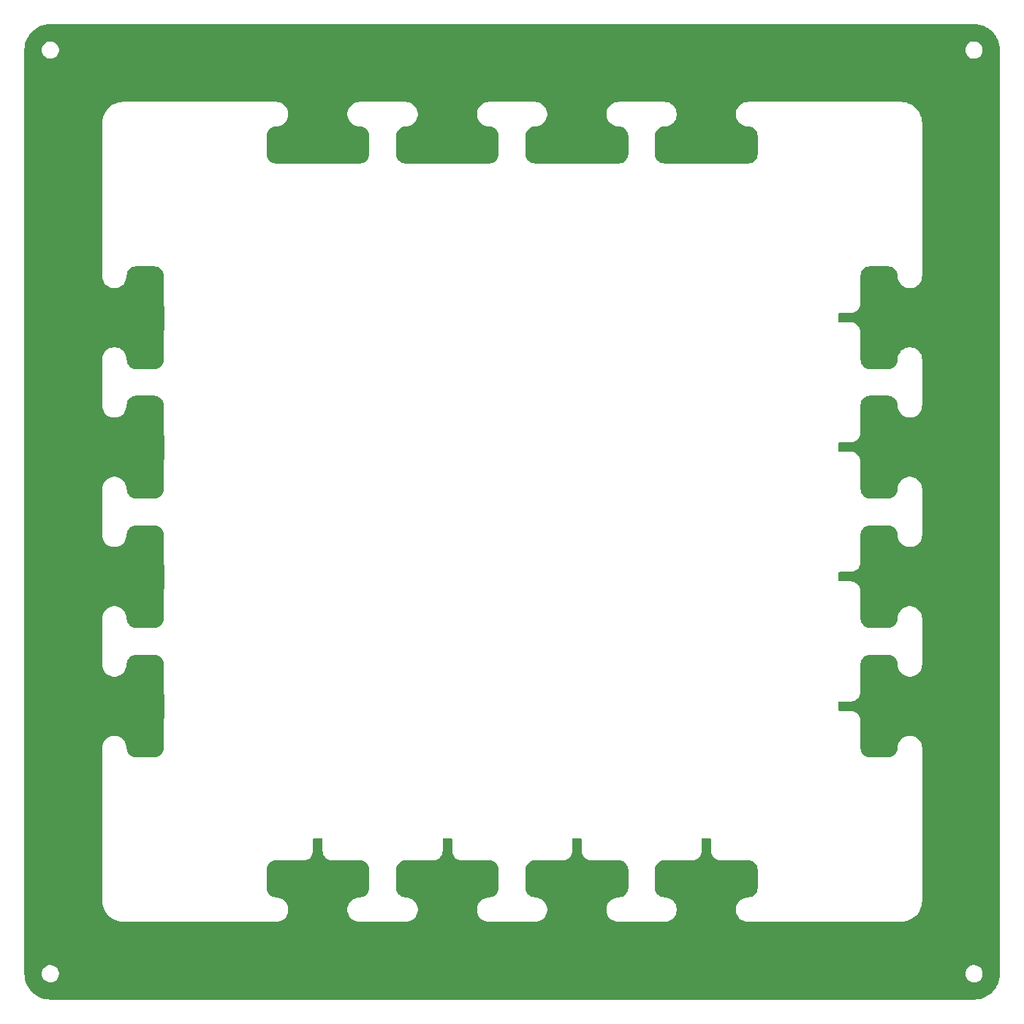
<source format=gbr>
G04 #@! TF.GenerationSoftware,KiCad,Pcbnew,7.0.7-7.0.7~ubuntu22.04.1*
G04 #@! TF.CreationDate,2023-08-15T12:14:28+01:00*
G04 #@! TF.ProjectId,LIS3DH_array,4c495333-4448-45f6-9172-7261792e6b69,rev?*
G04 #@! TF.SameCoordinates,Original*
G04 #@! TF.FileFunction,Other,ECO2*
%FSLAX46Y46*%
G04 Gerber Fmt 4.6, Leading zero omitted, Abs format (unit mm)*
G04 Created by KiCad (PCBNEW 7.0.7-7.0.7~ubuntu22.04.1) date 2023-08-15 12:14:28*
%MOMM*%
%LPD*%
G01*
G04 APERTURE LIST*
G04 APERTURE END LIST*
G36*
X148698945Y-57269685D02*
G01*
X148729760Y-57297838D01*
X148801590Y-57390126D01*
X148974747Y-57549530D01*
X149171774Y-57678253D01*
X149387302Y-57772792D01*
X149615451Y-57830567D01*
X149615459Y-57830569D01*
X149849999Y-57850003D01*
X150052442Y-57869941D01*
X150076283Y-57874683D01*
X150259265Y-57930190D01*
X150281723Y-57939493D01*
X150450353Y-58029627D01*
X150470565Y-58043132D01*
X150618373Y-58164436D01*
X150635561Y-58181624D01*
X150756864Y-58329431D01*
X150770369Y-58349642D01*
X150860506Y-58518275D01*
X150869809Y-58540734D01*
X150925315Y-58723713D01*
X150930057Y-58747551D01*
X150949702Y-58946969D01*
X150950001Y-58953051D01*
X150949997Y-61046951D01*
X150949698Y-61053032D01*
X150930058Y-61252442D01*
X150925316Y-61276283D01*
X150869809Y-61459265D01*
X150860506Y-61481723D01*
X150770372Y-61650353D01*
X150756867Y-61670565D01*
X150635563Y-61818373D01*
X150618375Y-61835561D01*
X150470568Y-61956864D01*
X150450357Y-61970369D01*
X150281724Y-62060506D01*
X150259265Y-62069809D01*
X150076286Y-62125315D01*
X150052446Y-62130057D01*
X149853034Y-62149698D01*
X149846953Y-62149997D01*
X146649997Y-62150002D01*
X146435393Y-62171137D01*
X146357851Y-62194660D01*
X146321855Y-62200000D01*
X143678177Y-62200000D01*
X143642182Y-62194661D01*
X143564605Y-62171128D01*
X143350005Y-62149991D01*
X140153048Y-62149996D01*
X140146968Y-62149697D01*
X139947557Y-62130058D01*
X139923716Y-62125316D01*
X139740734Y-62069809D01*
X139718276Y-62060506D01*
X139549646Y-61970372D01*
X139529434Y-61956867D01*
X139381626Y-61835563D01*
X139364438Y-61818375D01*
X139243135Y-61670568D01*
X139229630Y-61650357D01*
X139139493Y-61481724D01*
X139130190Y-61459265D01*
X139074684Y-61276286D01*
X139069942Y-61252448D01*
X139050297Y-61053030D01*
X139049998Y-61046948D01*
X139050002Y-58953048D01*
X139050301Y-58946967D01*
X139069941Y-58747557D01*
X139074683Y-58723716D01*
X139130190Y-58540734D01*
X139139493Y-58518276D01*
X139229627Y-58349648D01*
X139243131Y-58329437D01*
X139364435Y-58181626D01*
X139381624Y-58164437D01*
X139529432Y-58043134D01*
X139549643Y-58029629D01*
X139718272Y-57939494D01*
X139740731Y-57930191D01*
X139923712Y-57874684D01*
X139947553Y-57869942D01*
X140149996Y-57850003D01*
X140384540Y-57830562D01*
X140384541Y-57830562D01*
X140612692Y-57772787D01*
X140828217Y-57678250D01*
X141025252Y-57549521D01*
X141198394Y-57390135D01*
X141198404Y-57390124D01*
X141270235Y-57297837D01*
X141326945Y-57257024D01*
X141368088Y-57250000D01*
X148631906Y-57250000D01*
X148698945Y-57269685D01*
G37*
G36*
X133698945Y-57269685D02*
G01*
X133729760Y-57297838D01*
X133801590Y-57390126D01*
X133974747Y-57549530D01*
X134171774Y-57678253D01*
X134387302Y-57772792D01*
X134615451Y-57830567D01*
X134615459Y-57830569D01*
X134849999Y-57850003D01*
X135052442Y-57869941D01*
X135076283Y-57874683D01*
X135259265Y-57930190D01*
X135281723Y-57939493D01*
X135450353Y-58029627D01*
X135470565Y-58043132D01*
X135618373Y-58164436D01*
X135635561Y-58181624D01*
X135756864Y-58329431D01*
X135770369Y-58349642D01*
X135860506Y-58518275D01*
X135869809Y-58540734D01*
X135925315Y-58723713D01*
X135930057Y-58747553D01*
X135949698Y-58946965D01*
X135949997Y-58953046D01*
X135949997Y-61046951D01*
X135949698Y-61053032D01*
X135930058Y-61252442D01*
X135925316Y-61276283D01*
X135869809Y-61459265D01*
X135860506Y-61481723D01*
X135770372Y-61650353D01*
X135756867Y-61670565D01*
X135635563Y-61818373D01*
X135618375Y-61835561D01*
X135470568Y-61956864D01*
X135450357Y-61970369D01*
X135281724Y-62060506D01*
X135259265Y-62069809D01*
X135076286Y-62125315D01*
X135052446Y-62130057D01*
X134853034Y-62149698D01*
X134846953Y-62149997D01*
X131649997Y-62150002D01*
X131435393Y-62171137D01*
X131357851Y-62194660D01*
X131321855Y-62200000D01*
X128678177Y-62200000D01*
X128642182Y-62194661D01*
X128564605Y-62171128D01*
X128350005Y-62149991D01*
X125153048Y-62149996D01*
X125146968Y-62149697D01*
X124947557Y-62130058D01*
X124923716Y-62125316D01*
X124740734Y-62069809D01*
X124718276Y-62060506D01*
X124549646Y-61970372D01*
X124529434Y-61956867D01*
X124381626Y-61835563D01*
X124364438Y-61818375D01*
X124243135Y-61670568D01*
X124229630Y-61650357D01*
X124139493Y-61481724D01*
X124130190Y-61459265D01*
X124074684Y-61276286D01*
X124069942Y-61252446D01*
X124050301Y-61053031D01*
X124050002Y-61046950D01*
X124050002Y-58953048D01*
X124050301Y-58946967D01*
X124069941Y-58747557D01*
X124074683Y-58723716D01*
X124130190Y-58540734D01*
X124139493Y-58518276D01*
X124229627Y-58349648D01*
X124243131Y-58329437D01*
X124364435Y-58181626D01*
X124381624Y-58164437D01*
X124529432Y-58043134D01*
X124549643Y-58029629D01*
X124718272Y-57939494D01*
X124740731Y-57930191D01*
X124923712Y-57874684D01*
X124947553Y-57869942D01*
X125149996Y-57850003D01*
X125384540Y-57830562D01*
X125384541Y-57830562D01*
X125612692Y-57772787D01*
X125828217Y-57678250D01*
X126025252Y-57549521D01*
X126198394Y-57390135D01*
X126198404Y-57390124D01*
X126270235Y-57297837D01*
X126326945Y-57257024D01*
X126368088Y-57250000D01*
X133631906Y-57250000D01*
X133698945Y-57269685D01*
G37*
G36*
X118698945Y-57269685D02*
G01*
X118729760Y-57297838D01*
X118801590Y-57390126D01*
X118974747Y-57549530D01*
X119171774Y-57678253D01*
X119387302Y-57772792D01*
X119615451Y-57830567D01*
X119615459Y-57830569D01*
X119849999Y-57850003D01*
X120052442Y-57869941D01*
X120076283Y-57874683D01*
X120259265Y-57930190D01*
X120281723Y-57939493D01*
X120450353Y-58029627D01*
X120470565Y-58043132D01*
X120618373Y-58164436D01*
X120635561Y-58181624D01*
X120756864Y-58329431D01*
X120770369Y-58349642D01*
X120860506Y-58518275D01*
X120869809Y-58540734D01*
X120925315Y-58723713D01*
X120930057Y-58747553D01*
X120949698Y-58946965D01*
X120949997Y-58953046D01*
X120949996Y-61046951D01*
X120949697Y-61053031D01*
X120930058Y-61252442D01*
X120925316Y-61276283D01*
X120869809Y-61459265D01*
X120860506Y-61481723D01*
X120770372Y-61650353D01*
X120756867Y-61670565D01*
X120635563Y-61818373D01*
X120618375Y-61835561D01*
X120470568Y-61956864D01*
X120450357Y-61970369D01*
X120281724Y-62060506D01*
X120259265Y-62069809D01*
X120076286Y-62125315D01*
X120052446Y-62130057D01*
X119853034Y-62149698D01*
X119846953Y-62149997D01*
X116649997Y-62150002D01*
X116435393Y-62171137D01*
X116357851Y-62194660D01*
X116321855Y-62200000D01*
X113678177Y-62200000D01*
X113642182Y-62194661D01*
X113564605Y-62171128D01*
X113350005Y-62149991D01*
X110153048Y-62149996D01*
X110146968Y-62149697D01*
X109947557Y-62130058D01*
X109923716Y-62125316D01*
X109740734Y-62069809D01*
X109718276Y-62060506D01*
X109549646Y-61970372D01*
X109529434Y-61956867D01*
X109381626Y-61835563D01*
X109364438Y-61818375D01*
X109243135Y-61670568D01*
X109229630Y-61650357D01*
X109139493Y-61481724D01*
X109130190Y-61459265D01*
X109074684Y-61276286D01*
X109069942Y-61252446D01*
X109050300Y-61053031D01*
X109050001Y-61046949D01*
X109050002Y-58953048D01*
X109050301Y-58946967D01*
X109069941Y-58747557D01*
X109074683Y-58723716D01*
X109130190Y-58540734D01*
X109139493Y-58518276D01*
X109229627Y-58349648D01*
X109243131Y-58329437D01*
X109364435Y-58181626D01*
X109381624Y-58164437D01*
X109529432Y-58043134D01*
X109549643Y-58029629D01*
X109718272Y-57939494D01*
X109740731Y-57930191D01*
X109923712Y-57874684D01*
X109947553Y-57869942D01*
X110149996Y-57850003D01*
X110384540Y-57830562D01*
X110384541Y-57830562D01*
X110612692Y-57772787D01*
X110828217Y-57678250D01*
X111025252Y-57549521D01*
X111198394Y-57390135D01*
X111198404Y-57390124D01*
X111270235Y-57297837D01*
X111326945Y-57257024D01*
X111368088Y-57250000D01*
X118631906Y-57250000D01*
X118698945Y-57269685D01*
G37*
G36*
X103698945Y-57269685D02*
G01*
X103729760Y-57297838D01*
X103801590Y-57390126D01*
X103974747Y-57549530D01*
X104171774Y-57678253D01*
X104387302Y-57772792D01*
X104615451Y-57830567D01*
X104615459Y-57830569D01*
X104849999Y-57850003D01*
X105052442Y-57869941D01*
X105076283Y-57874683D01*
X105259265Y-57930190D01*
X105281723Y-57939493D01*
X105450353Y-58029627D01*
X105470565Y-58043132D01*
X105618373Y-58164436D01*
X105635561Y-58181624D01*
X105756864Y-58329431D01*
X105770369Y-58349642D01*
X105860506Y-58518275D01*
X105869809Y-58540734D01*
X105925315Y-58723713D01*
X105930057Y-58747551D01*
X105949702Y-58946969D01*
X105950001Y-58953051D01*
X105949997Y-61046951D01*
X105949698Y-61053032D01*
X105930058Y-61252442D01*
X105925316Y-61276283D01*
X105869809Y-61459265D01*
X105860506Y-61481723D01*
X105770372Y-61650353D01*
X105756867Y-61670565D01*
X105635563Y-61818373D01*
X105618375Y-61835561D01*
X105470568Y-61956864D01*
X105450357Y-61970369D01*
X105281724Y-62060506D01*
X105259265Y-62069809D01*
X105076286Y-62125315D01*
X105052446Y-62130057D01*
X104853034Y-62149698D01*
X104846953Y-62149997D01*
X101649997Y-62150002D01*
X101435395Y-62171139D01*
X101435393Y-62171140D01*
X101357862Y-62194660D01*
X101321866Y-62200000D01*
X98678177Y-62200000D01*
X98642182Y-62194661D01*
X98564605Y-62171128D01*
X98350005Y-62149991D01*
X95153048Y-62149996D01*
X95146968Y-62149697D01*
X94947557Y-62130058D01*
X94923716Y-62125316D01*
X94740734Y-62069809D01*
X94718276Y-62060506D01*
X94549646Y-61970372D01*
X94529434Y-61956867D01*
X94381626Y-61835563D01*
X94364438Y-61818375D01*
X94243135Y-61670568D01*
X94229630Y-61650357D01*
X94139493Y-61481724D01*
X94130190Y-61459265D01*
X94074684Y-61276286D01*
X94069942Y-61252448D01*
X94050297Y-61053030D01*
X94049998Y-61046948D01*
X94050002Y-58953048D01*
X94050301Y-58946967D01*
X94069941Y-58747557D01*
X94074683Y-58723716D01*
X94130190Y-58540734D01*
X94139493Y-58518276D01*
X94229627Y-58349648D01*
X94243131Y-58329437D01*
X94364435Y-58181626D01*
X94381624Y-58164437D01*
X94529432Y-58043134D01*
X94549643Y-58029629D01*
X94718272Y-57939494D01*
X94740731Y-57930191D01*
X94923712Y-57874684D01*
X94947553Y-57869942D01*
X95149996Y-57850003D01*
X95384540Y-57830562D01*
X95384541Y-57830562D01*
X95612692Y-57772787D01*
X95828217Y-57678250D01*
X96025252Y-57549521D01*
X96198394Y-57390135D01*
X96198404Y-57390124D01*
X96270235Y-57297837D01*
X96326945Y-57257024D01*
X96368088Y-57250000D01*
X103631906Y-57250000D01*
X103698945Y-57269685D01*
G37*
G36*
X81046951Y-74050002D02*
G01*
X81053032Y-74050301D01*
X81252442Y-74069941D01*
X81276283Y-74074683D01*
X81459265Y-74130190D01*
X81481723Y-74139493D01*
X81650353Y-74229627D01*
X81670565Y-74243132D01*
X81818373Y-74364436D01*
X81835561Y-74381624D01*
X81956864Y-74529431D01*
X81970369Y-74549642D01*
X82060506Y-74718275D01*
X82069809Y-74740734D01*
X82125315Y-74923713D01*
X82130057Y-74947553D01*
X82149698Y-75146965D01*
X82149997Y-75153046D01*
X82150002Y-78350002D01*
X82171136Y-78564605D01*
X82194660Y-78642147D01*
X82200000Y-78678144D01*
X82200000Y-81321823D01*
X82194661Y-81357818D01*
X82171128Y-81435394D01*
X82149991Y-81649994D01*
X82149996Y-84846951D01*
X82149697Y-84853031D01*
X82130058Y-85052442D01*
X82125316Y-85076283D01*
X82069809Y-85259265D01*
X82060506Y-85281723D01*
X81970372Y-85450353D01*
X81956867Y-85470565D01*
X81835563Y-85618373D01*
X81818375Y-85635561D01*
X81670568Y-85756864D01*
X81650357Y-85770369D01*
X81481724Y-85860506D01*
X81459265Y-85869809D01*
X81276286Y-85925315D01*
X81252448Y-85930057D01*
X81053030Y-85949702D01*
X81046948Y-85950001D01*
X78953048Y-85949997D01*
X78946967Y-85949698D01*
X78747557Y-85930058D01*
X78723716Y-85925316D01*
X78540734Y-85869809D01*
X78518276Y-85860506D01*
X78349648Y-85770372D01*
X78329437Y-85756868D01*
X78181626Y-85635564D01*
X78164437Y-85618375D01*
X78043134Y-85470567D01*
X78029629Y-85450356D01*
X77939494Y-85281727D01*
X77930191Y-85259268D01*
X77874684Y-85076287D01*
X77869942Y-85052446D01*
X77850003Y-84850005D01*
X77830563Y-84615461D01*
X77830563Y-84615459D01*
X77772788Y-84387309D01*
X77678249Y-84171779D01*
X77549526Y-83974753D01*
X77390123Y-83801595D01*
X77297837Y-83729765D01*
X77257024Y-83673055D01*
X77250000Y-83631912D01*
X77250000Y-76368093D01*
X77269685Y-76301054D01*
X77297838Y-76270239D01*
X77390126Y-76198408D01*
X77549527Y-76025252D01*
X77678254Y-75828221D01*
X77772792Y-75612697D01*
X77830568Y-75384543D01*
X77850003Y-75150001D01*
X77869941Y-74947557D01*
X77874683Y-74923716D01*
X77930190Y-74740734D01*
X77939493Y-74718276D01*
X78029627Y-74549646D01*
X78043132Y-74529434D01*
X78164436Y-74381626D01*
X78181624Y-74364438D01*
X78329431Y-74243135D01*
X78349642Y-74229630D01*
X78518275Y-74139493D01*
X78540734Y-74130190D01*
X78723713Y-74074684D01*
X78747553Y-74069942D01*
X78946968Y-74050300D01*
X78953050Y-74050001D01*
X81046951Y-74050002D01*
G37*
G36*
X166053031Y-74050302D02*
G01*
X166252442Y-74069941D01*
X166276283Y-74074683D01*
X166459265Y-74130190D01*
X166481723Y-74139493D01*
X166650351Y-74229627D01*
X166670562Y-74243131D01*
X166818373Y-74364435D01*
X166835562Y-74381624D01*
X166956865Y-74529432D01*
X166970370Y-74549643D01*
X167060505Y-74718272D01*
X167069808Y-74740731D01*
X167125315Y-74923712D01*
X167130057Y-74947550D01*
X167150001Y-75149998D01*
X167169435Y-75384541D01*
X167227211Y-75612695D01*
X167321749Y-75828219D01*
X167450476Y-76025250D01*
X167609872Y-76198401D01*
X167609877Y-76198405D01*
X167702163Y-76270235D01*
X167742975Y-76326945D01*
X167750000Y-76368088D01*
X167750000Y-83631911D01*
X167730315Y-83698950D01*
X167702163Y-83729764D01*
X167609877Y-83801593D01*
X167450476Y-83974749D01*
X167321749Y-84171780D01*
X167227211Y-84387304D01*
X167169435Y-84615456D01*
X167169435Y-84615457D01*
X167149997Y-84850000D01*
X167130058Y-85052442D01*
X167125316Y-85076283D01*
X167069809Y-85259265D01*
X167060506Y-85281723D01*
X166970372Y-85450353D01*
X166956867Y-85470565D01*
X166835563Y-85618373D01*
X166818375Y-85635561D01*
X166670568Y-85756864D01*
X166650357Y-85770369D01*
X166481724Y-85860506D01*
X166459265Y-85869809D01*
X166276281Y-85925316D01*
X166252446Y-85930057D01*
X166053036Y-85949707D01*
X166046952Y-85950006D01*
X163953048Y-85949997D01*
X163946967Y-85949698D01*
X163747557Y-85930058D01*
X163723716Y-85925316D01*
X163540734Y-85869809D01*
X163518276Y-85860506D01*
X163349646Y-85770372D01*
X163329434Y-85756867D01*
X163181626Y-85635563D01*
X163164438Y-85618375D01*
X163043135Y-85470568D01*
X163029630Y-85450357D01*
X162939493Y-85281724D01*
X162930190Y-85259265D01*
X162874684Y-85076286D01*
X162869942Y-85052446D01*
X162850301Y-84853034D01*
X162850002Y-84846953D01*
X162849997Y-81649997D01*
X162828862Y-81435393D01*
X162766267Y-81229047D01*
X162664611Y-81038866D01*
X162578147Y-80933509D01*
X162550834Y-80869199D01*
X162550000Y-80854844D01*
X162550000Y-79145169D01*
X162569685Y-79078130D01*
X162578147Y-79066504D01*
X162664621Y-78961135D01*
X162766273Y-78770960D01*
X162828871Y-78564605D01*
X162850008Y-78350005D01*
X162850003Y-75153048D01*
X162850302Y-75146968D01*
X162869941Y-74947557D01*
X162874683Y-74923716D01*
X162930190Y-74740734D01*
X162939493Y-74718276D01*
X163029627Y-74549646D01*
X163043132Y-74529434D01*
X163164436Y-74381626D01*
X163181624Y-74364438D01*
X163329431Y-74243135D01*
X163349642Y-74229630D01*
X163518275Y-74139493D01*
X163540734Y-74130190D01*
X163723713Y-74074684D01*
X163747554Y-74069942D01*
X163946966Y-74050302D01*
X163953047Y-74050003D01*
X166046951Y-74050003D01*
X166053031Y-74050302D01*
G37*
G36*
X81053032Y-89050301D02*
G01*
X81252442Y-89069941D01*
X81276283Y-89074683D01*
X81459265Y-89130190D01*
X81481723Y-89139493D01*
X81650353Y-89229627D01*
X81670565Y-89243132D01*
X81818373Y-89364436D01*
X81835561Y-89381624D01*
X81956864Y-89529431D01*
X81970369Y-89549642D01*
X82060506Y-89718275D01*
X82069809Y-89740734D01*
X82125315Y-89923713D01*
X82130057Y-89947553D01*
X82149698Y-90146965D01*
X82149997Y-90153046D01*
X82150002Y-93350002D01*
X82171136Y-93564605D01*
X82194660Y-93642147D01*
X82200000Y-93678144D01*
X82200000Y-96321823D01*
X82194661Y-96357818D01*
X82171128Y-96435394D01*
X82149991Y-96649994D01*
X82149996Y-99846951D01*
X82149697Y-99853031D01*
X82130058Y-100052442D01*
X82125316Y-100076283D01*
X82069809Y-100259265D01*
X82060506Y-100281723D01*
X81970372Y-100450353D01*
X81956867Y-100470565D01*
X81835563Y-100618373D01*
X81818375Y-100635561D01*
X81670568Y-100756864D01*
X81650357Y-100770369D01*
X81481724Y-100860506D01*
X81459265Y-100869809D01*
X81276286Y-100925315D01*
X81252446Y-100930057D01*
X81053034Y-100949698D01*
X81046953Y-100949997D01*
X78953049Y-100949997D01*
X78946968Y-100949698D01*
X78747557Y-100930058D01*
X78723716Y-100925316D01*
X78540734Y-100869809D01*
X78518276Y-100860506D01*
X78349648Y-100770372D01*
X78329437Y-100756868D01*
X78181626Y-100635564D01*
X78164437Y-100618375D01*
X78043134Y-100470567D01*
X78029629Y-100450356D01*
X77939494Y-100281727D01*
X77930191Y-100259268D01*
X77874684Y-100076287D01*
X77869942Y-100052446D01*
X77850003Y-99850004D01*
X77830568Y-99615460D01*
X77772792Y-99387306D01*
X77678254Y-99171782D01*
X77549527Y-98974751D01*
X77390126Y-98801595D01*
X77297837Y-98729763D01*
X77257024Y-98673053D01*
X77250000Y-98631910D01*
X77250000Y-91368093D01*
X77269685Y-91301054D01*
X77297838Y-91270239D01*
X77390126Y-91198408D01*
X77549527Y-91025252D01*
X77678254Y-90828221D01*
X77772792Y-90612697D01*
X77830568Y-90384543D01*
X77850003Y-90150001D01*
X77869941Y-89947557D01*
X77874683Y-89923716D01*
X77930190Y-89740734D01*
X77939493Y-89718276D01*
X78029627Y-89549646D01*
X78043132Y-89529434D01*
X78164436Y-89381626D01*
X78181624Y-89364438D01*
X78329431Y-89243135D01*
X78349642Y-89229630D01*
X78518275Y-89139493D01*
X78540734Y-89130190D01*
X78723713Y-89074684D01*
X78747553Y-89069942D01*
X78946968Y-89050301D01*
X78953049Y-89050002D01*
X81046951Y-89050002D01*
X81053032Y-89050301D01*
G37*
G36*
X166053031Y-89050302D02*
G01*
X166252442Y-89069941D01*
X166276283Y-89074683D01*
X166459265Y-89130190D01*
X166481723Y-89139493D01*
X166650351Y-89229627D01*
X166670562Y-89243131D01*
X166818373Y-89364435D01*
X166835562Y-89381624D01*
X166956865Y-89529432D01*
X166970370Y-89549643D01*
X167060505Y-89718272D01*
X167069808Y-89740731D01*
X167125315Y-89923712D01*
X167130057Y-89947550D01*
X167150001Y-90149998D01*
X167169435Y-90384541D01*
X167227211Y-90612695D01*
X167321749Y-90828219D01*
X167450476Y-91025250D01*
X167609872Y-91198401D01*
X167609877Y-91198405D01*
X167702163Y-91270235D01*
X167742975Y-91326945D01*
X167750000Y-91368088D01*
X167750000Y-98631909D01*
X167730315Y-98698948D01*
X167702163Y-98729762D01*
X167609875Y-98801593D01*
X167450469Y-98974754D01*
X167321749Y-99171777D01*
X167227210Y-99387307D01*
X167169435Y-99615457D01*
X167169435Y-99615459D01*
X167149997Y-99850000D01*
X167130058Y-100052442D01*
X167125316Y-100076283D01*
X167069809Y-100259265D01*
X167060506Y-100281723D01*
X166970372Y-100450353D01*
X166956867Y-100470565D01*
X166835563Y-100618373D01*
X166818375Y-100635561D01*
X166670568Y-100756864D01*
X166650357Y-100770369D01*
X166481724Y-100860506D01*
X166459265Y-100869809D01*
X166276281Y-100925316D01*
X166252446Y-100930057D01*
X166053036Y-100949707D01*
X166046952Y-100950006D01*
X163953048Y-100949997D01*
X163946967Y-100949698D01*
X163747557Y-100930058D01*
X163723716Y-100925316D01*
X163540734Y-100869809D01*
X163518276Y-100860506D01*
X163349646Y-100770372D01*
X163329434Y-100756867D01*
X163181626Y-100635563D01*
X163164438Y-100618375D01*
X163043135Y-100470568D01*
X163029630Y-100450357D01*
X162939493Y-100281724D01*
X162930190Y-100259265D01*
X162874684Y-100076286D01*
X162869942Y-100052446D01*
X162850301Y-99853034D01*
X162850002Y-99846953D01*
X162849997Y-96649997D01*
X162828862Y-96435393D01*
X162766267Y-96229047D01*
X162664611Y-96038866D01*
X162578147Y-95933509D01*
X162550834Y-95869199D01*
X162550000Y-95854844D01*
X162550000Y-94145169D01*
X162569685Y-94078130D01*
X162578147Y-94066504D01*
X162664621Y-93961135D01*
X162766273Y-93770960D01*
X162828871Y-93564605D01*
X162850008Y-93350005D01*
X162850003Y-90153048D01*
X162850302Y-90146968D01*
X162869941Y-89947557D01*
X162874683Y-89923716D01*
X162930190Y-89740734D01*
X162939493Y-89718276D01*
X163029627Y-89549646D01*
X163043132Y-89529434D01*
X163164436Y-89381626D01*
X163181624Y-89364438D01*
X163329431Y-89243135D01*
X163349642Y-89229630D01*
X163518275Y-89139493D01*
X163540734Y-89130190D01*
X163723713Y-89074684D01*
X163747554Y-89069942D01*
X163946966Y-89050302D01*
X163953047Y-89050003D01*
X166046951Y-89050003D01*
X166053031Y-89050302D01*
G37*
G36*
X166053031Y-104050302D02*
G01*
X166252442Y-104069941D01*
X166276283Y-104074683D01*
X166459265Y-104130190D01*
X166481723Y-104139493D01*
X166650351Y-104229627D01*
X166670562Y-104243131D01*
X166818373Y-104364435D01*
X166835562Y-104381624D01*
X166956865Y-104529432D01*
X166970370Y-104549643D01*
X167060505Y-104718272D01*
X167069808Y-104740731D01*
X167125315Y-104923712D01*
X167130057Y-104947550D01*
X167150001Y-105149998D01*
X167169435Y-105384541D01*
X167227211Y-105612695D01*
X167321749Y-105828219D01*
X167450476Y-106025250D01*
X167609872Y-106198401D01*
X167609877Y-106198405D01*
X167702163Y-106270235D01*
X167742975Y-106326945D01*
X167750000Y-106368088D01*
X167750000Y-113631911D01*
X167730315Y-113698950D01*
X167702163Y-113729764D01*
X167609877Y-113801593D01*
X167450476Y-113974749D01*
X167321749Y-114171780D01*
X167227211Y-114387304D01*
X167169435Y-114615456D01*
X167169435Y-114615457D01*
X167149997Y-114850000D01*
X167130058Y-115052442D01*
X167125316Y-115076283D01*
X167069809Y-115259265D01*
X167060506Y-115281723D01*
X166970372Y-115450353D01*
X166956867Y-115470565D01*
X166835563Y-115618373D01*
X166818375Y-115635561D01*
X166670568Y-115756864D01*
X166650357Y-115770369D01*
X166481724Y-115860506D01*
X166459265Y-115869809D01*
X166276286Y-115925315D01*
X166252446Y-115930057D01*
X166053031Y-115949698D01*
X166046950Y-115949997D01*
X163953048Y-115949997D01*
X163946967Y-115949698D01*
X163747557Y-115930058D01*
X163723716Y-115925316D01*
X163540734Y-115869809D01*
X163518276Y-115860506D01*
X163349646Y-115770372D01*
X163329434Y-115756867D01*
X163181626Y-115635563D01*
X163164438Y-115618375D01*
X163043135Y-115470568D01*
X163029630Y-115450357D01*
X162939493Y-115281724D01*
X162930190Y-115259265D01*
X162874684Y-115076286D01*
X162869942Y-115052446D01*
X162850301Y-114853034D01*
X162850002Y-114846953D01*
X162849997Y-111649997D01*
X162828862Y-111435393D01*
X162766267Y-111229047D01*
X162664611Y-111038866D01*
X162578147Y-110933509D01*
X162550834Y-110869199D01*
X162550000Y-110854844D01*
X162550000Y-109145169D01*
X162569685Y-109078130D01*
X162578147Y-109066504D01*
X162664621Y-108961135D01*
X162766273Y-108770960D01*
X162828871Y-108564605D01*
X162850008Y-108350005D01*
X162850003Y-105153048D01*
X162850302Y-105146968D01*
X162869941Y-104947557D01*
X162874683Y-104923716D01*
X162930190Y-104740734D01*
X162939493Y-104718276D01*
X163029627Y-104549646D01*
X163043132Y-104529434D01*
X163164436Y-104381626D01*
X163181624Y-104364438D01*
X163329431Y-104243135D01*
X163349642Y-104229630D01*
X163518275Y-104139493D01*
X163540734Y-104130190D01*
X163723713Y-104074684D01*
X163747554Y-104069942D01*
X163946966Y-104050302D01*
X163953047Y-104050003D01*
X166046951Y-104050003D01*
X166053031Y-104050302D01*
G37*
G36*
X81046951Y-104050002D02*
G01*
X81053032Y-104050301D01*
X81252442Y-104069941D01*
X81276283Y-104074683D01*
X81459265Y-104130190D01*
X81481723Y-104139493D01*
X81650353Y-104229627D01*
X81670565Y-104243132D01*
X81818373Y-104364436D01*
X81835561Y-104381624D01*
X81956864Y-104529431D01*
X81970369Y-104549642D01*
X82060506Y-104718275D01*
X82069809Y-104740734D01*
X82125315Y-104923713D01*
X82130057Y-104947553D01*
X82149698Y-105146965D01*
X82149997Y-105153046D01*
X82150002Y-108350002D01*
X82171136Y-108564605D01*
X82194660Y-108642147D01*
X82200000Y-108678144D01*
X82200000Y-111321823D01*
X82194661Y-111357818D01*
X82171128Y-111435394D01*
X82149991Y-111649994D01*
X82149996Y-114846951D01*
X82149697Y-114853031D01*
X82130058Y-115052442D01*
X82125316Y-115076283D01*
X82069809Y-115259265D01*
X82060506Y-115281723D01*
X81970372Y-115450353D01*
X81956867Y-115470565D01*
X81835563Y-115618373D01*
X81818375Y-115635561D01*
X81670568Y-115756864D01*
X81650357Y-115770369D01*
X81481724Y-115860506D01*
X81459265Y-115869809D01*
X81276286Y-115925315D01*
X81252446Y-115930057D01*
X81053034Y-115949698D01*
X81046953Y-115949997D01*
X78953049Y-115949997D01*
X78946968Y-115949698D01*
X78747557Y-115930058D01*
X78723716Y-115925316D01*
X78540734Y-115869809D01*
X78518276Y-115860506D01*
X78349648Y-115770372D01*
X78329437Y-115756868D01*
X78181626Y-115635564D01*
X78164437Y-115618375D01*
X78043134Y-115470567D01*
X78029629Y-115450356D01*
X77939494Y-115281727D01*
X77930191Y-115259268D01*
X77874684Y-115076287D01*
X77869942Y-115052446D01*
X77850003Y-114850004D01*
X77830568Y-114615460D01*
X77772792Y-114387306D01*
X77678254Y-114171782D01*
X77549527Y-113974751D01*
X77390127Y-113801596D01*
X77297837Y-113729764D01*
X77257024Y-113673053D01*
X77249999Y-113631910D01*
X77249999Y-106368094D01*
X77269684Y-106301055D01*
X77297838Y-106270240D01*
X77390123Y-106198413D01*
X77390125Y-106198410D01*
X77549527Y-106025253D01*
X77678254Y-105828222D01*
X77772792Y-105612697D01*
X77830568Y-105384543D01*
X77850003Y-105150001D01*
X77869941Y-104947557D01*
X77874683Y-104923716D01*
X77930190Y-104740734D01*
X77939493Y-104718276D01*
X78029627Y-104549646D01*
X78043132Y-104529434D01*
X78164436Y-104381626D01*
X78181624Y-104364438D01*
X78329431Y-104243135D01*
X78349642Y-104229630D01*
X78518275Y-104139493D01*
X78540734Y-104130190D01*
X78723718Y-104074683D01*
X78747553Y-104069942D01*
X78946963Y-104050292D01*
X78953047Y-104049993D01*
X81046951Y-104050002D01*
G37*
G36*
X166046951Y-119050002D02*
G01*
X166053032Y-119050301D01*
X166252442Y-119069941D01*
X166276283Y-119074683D01*
X166459265Y-119130190D01*
X166481723Y-119139493D01*
X166650351Y-119229627D01*
X166670562Y-119243131D01*
X166818373Y-119364435D01*
X166835562Y-119381624D01*
X166956865Y-119529432D01*
X166970370Y-119549643D01*
X167060505Y-119718272D01*
X167069808Y-119740731D01*
X167125315Y-119923712D01*
X167130057Y-119947550D01*
X167150001Y-120149996D01*
X167169434Y-120384547D01*
X167169434Y-120384548D01*
X167227208Y-120612693D01*
X167321746Y-120828220D01*
X167450473Y-121025251D01*
X167609873Y-121198406D01*
X167702162Y-121270237D01*
X167742975Y-121326947D01*
X167750000Y-121368091D01*
X167750000Y-128631911D01*
X167730315Y-128698950D01*
X167702163Y-128729764D01*
X167609877Y-128801593D01*
X167450476Y-128974749D01*
X167321749Y-129171780D01*
X167227211Y-129387304D01*
X167169435Y-129615456D01*
X167169435Y-129615457D01*
X167149997Y-129850000D01*
X167130058Y-130052442D01*
X167125316Y-130076283D01*
X167069809Y-130259265D01*
X167060506Y-130281723D01*
X166970372Y-130450353D01*
X166956867Y-130470565D01*
X166835563Y-130618373D01*
X166818375Y-130635561D01*
X166670568Y-130756864D01*
X166650357Y-130770369D01*
X166481724Y-130860506D01*
X166459265Y-130869809D01*
X166276286Y-130925315D01*
X166252446Y-130930057D01*
X166053034Y-130949698D01*
X166046953Y-130949997D01*
X163953049Y-130949997D01*
X163946968Y-130949698D01*
X163747557Y-130930058D01*
X163723716Y-130925316D01*
X163540734Y-130869809D01*
X163518276Y-130860506D01*
X163349646Y-130770372D01*
X163329434Y-130756867D01*
X163181626Y-130635563D01*
X163164438Y-130618375D01*
X163043135Y-130470568D01*
X163029630Y-130450357D01*
X162939493Y-130281724D01*
X162930190Y-130259265D01*
X162874684Y-130076286D01*
X162869942Y-130052446D01*
X162850301Y-129853034D01*
X162850002Y-129846953D01*
X162849997Y-126649997D01*
X162828862Y-126435393D01*
X162766267Y-126229047D01*
X162664611Y-126038866D01*
X162578147Y-125933509D01*
X162550834Y-125869199D01*
X162550000Y-125854844D01*
X162550000Y-124145169D01*
X162569685Y-124078130D01*
X162578147Y-124066504D01*
X162664621Y-123961135D01*
X162766273Y-123770960D01*
X162828871Y-123564605D01*
X162850008Y-123350005D01*
X162850003Y-120153048D01*
X162850302Y-120146968D01*
X162869941Y-119947557D01*
X162874683Y-119923716D01*
X162930190Y-119740734D01*
X162939493Y-119718276D01*
X163029627Y-119549646D01*
X163043132Y-119529434D01*
X163164436Y-119381626D01*
X163181624Y-119364438D01*
X163329431Y-119243135D01*
X163349642Y-119229630D01*
X163518275Y-119139493D01*
X163540734Y-119130190D01*
X163723713Y-119074684D01*
X163747551Y-119069942D01*
X163946969Y-119050297D01*
X163953051Y-119049998D01*
X166046951Y-119050002D01*
G37*
G36*
X81053031Y-119050302D02*
G01*
X81252442Y-119069941D01*
X81276283Y-119074683D01*
X81459265Y-119130190D01*
X81481723Y-119139493D01*
X81650353Y-119229627D01*
X81670565Y-119243132D01*
X81818373Y-119364436D01*
X81835561Y-119381624D01*
X81956864Y-119529431D01*
X81970369Y-119549642D01*
X82060506Y-119718275D01*
X82069809Y-119740734D01*
X82125315Y-119923713D01*
X82130057Y-119947553D01*
X82149698Y-120146965D01*
X82149997Y-120153046D01*
X82150002Y-123350002D01*
X82171136Y-123564605D01*
X82194660Y-123642147D01*
X82200000Y-123678144D01*
X82200000Y-126321823D01*
X82194661Y-126357818D01*
X82171128Y-126435394D01*
X82149991Y-126649994D01*
X82149996Y-129846951D01*
X82149697Y-129853031D01*
X82130058Y-130052442D01*
X82125316Y-130076283D01*
X82069809Y-130259265D01*
X82060506Y-130281723D01*
X81970372Y-130450353D01*
X81956867Y-130470565D01*
X81835563Y-130618373D01*
X81818375Y-130635561D01*
X81670568Y-130756864D01*
X81650357Y-130770369D01*
X81481724Y-130860506D01*
X81459265Y-130869809D01*
X81276286Y-130925315D01*
X81252446Y-130930057D01*
X81053031Y-130949698D01*
X81046950Y-130949997D01*
X78953048Y-130949997D01*
X78946967Y-130949698D01*
X78747557Y-130930058D01*
X78723716Y-130925316D01*
X78540734Y-130869809D01*
X78518276Y-130860506D01*
X78349648Y-130770372D01*
X78329437Y-130756868D01*
X78181626Y-130635564D01*
X78164437Y-130618375D01*
X78043134Y-130470567D01*
X78029629Y-130450356D01*
X77939494Y-130281727D01*
X77930191Y-130259268D01*
X77874684Y-130076287D01*
X77869942Y-130052446D01*
X77850003Y-129850004D01*
X77830568Y-129615460D01*
X77772792Y-129387306D01*
X77678254Y-129171782D01*
X77549527Y-128974751D01*
X77390126Y-128801595D01*
X77297837Y-128729763D01*
X77257024Y-128673053D01*
X77250000Y-128631910D01*
X77250000Y-121368093D01*
X77269685Y-121301054D01*
X77297838Y-121270239D01*
X77390126Y-121198408D01*
X77549527Y-121025252D01*
X77678254Y-120828221D01*
X77772792Y-120612697D01*
X77830568Y-120384543D01*
X77850003Y-120150001D01*
X77869941Y-119947557D01*
X77874683Y-119923716D01*
X77930190Y-119740734D01*
X77939493Y-119718276D01*
X78029627Y-119549646D01*
X78043132Y-119529434D01*
X78164436Y-119381626D01*
X78181624Y-119364438D01*
X78329431Y-119243135D01*
X78349642Y-119229630D01*
X78518275Y-119139493D01*
X78540734Y-119130190D01*
X78723713Y-119074684D01*
X78747554Y-119069942D01*
X78946966Y-119050302D01*
X78953047Y-119050003D01*
X81046951Y-119050003D01*
X81053031Y-119050302D01*
G37*
G36*
X145921868Y-142569685D02*
G01*
X145933493Y-142578146D01*
X146038867Y-142664623D01*
X146038873Y-142664628D01*
X146229037Y-142766273D01*
X146435394Y-142828871D01*
X146649994Y-142850008D01*
X149846951Y-142850003D01*
X149853031Y-142850302D01*
X150052442Y-142869941D01*
X150076283Y-142874683D01*
X150259265Y-142930190D01*
X150281723Y-142939493D01*
X150450353Y-143029627D01*
X150470565Y-143043132D01*
X150618373Y-143164436D01*
X150635561Y-143181624D01*
X150756864Y-143329431D01*
X150770369Y-143349642D01*
X150860506Y-143518275D01*
X150869809Y-143540734D01*
X150925315Y-143723713D01*
X150930057Y-143747553D01*
X150949698Y-143946965D01*
X150949997Y-143953046D01*
X150949997Y-146046951D01*
X150949698Y-146053032D01*
X150930058Y-146252442D01*
X150925316Y-146276283D01*
X150869809Y-146459265D01*
X150860506Y-146481723D01*
X150770372Y-146650351D01*
X150756868Y-146670562D01*
X150635564Y-146818373D01*
X150618375Y-146835562D01*
X150470567Y-146956865D01*
X150450356Y-146970370D01*
X150281727Y-147060505D01*
X150259268Y-147069808D01*
X150076287Y-147125315D01*
X150052447Y-147130057D01*
X149850004Y-147149997D01*
X149615459Y-147169437D01*
X149615458Y-147169437D01*
X149387307Y-147227212D01*
X149171782Y-147321749D01*
X148974747Y-147450478D01*
X148801605Y-147609864D01*
X148801595Y-147609875D01*
X148729765Y-147702163D01*
X148673055Y-147742976D01*
X148631912Y-147750000D01*
X141368094Y-147750000D01*
X141301055Y-147730315D01*
X141270240Y-147702162D01*
X141198409Y-147609873D01*
X141025252Y-147450469D01*
X140828225Y-147321746D01*
X140612697Y-147227207D01*
X140384548Y-147169432D01*
X140384540Y-147169430D01*
X140150000Y-147149997D01*
X139947557Y-147130058D01*
X139923716Y-147125316D01*
X139740734Y-147069809D01*
X139718276Y-147060506D01*
X139549646Y-146970372D01*
X139529434Y-146956867D01*
X139381626Y-146835563D01*
X139364438Y-146818375D01*
X139243135Y-146670568D01*
X139229630Y-146650357D01*
X139139493Y-146481724D01*
X139130190Y-146459265D01*
X139074683Y-146276281D01*
X139069942Y-146252446D01*
X139050292Y-146053036D01*
X139049993Y-146046952D01*
X139050002Y-143953048D01*
X139050301Y-143946967D01*
X139069941Y-143747557D01*
X139074683Y-143723716D01*
X139130190Y-143540734D01*
X139139493Y-143518276D01*
X139229627Y-143349646D01*
X139243132Y-143329434D01*
X139364436Y-143181626D01*
X139381624Y-143164438D01*
X139529431Y-143043135D01*
X139549642Y-143029630D01*
X139718275Y-142939493D01*
X139740734Y-142930190D01*
X139923713Y-142874684D01*
X139947553Y-142869942D01*
X140146965Y-142850301D01*
X140153046Y-142850002D01*
X143350002Y-142849997D01*
X143564606Y-142828862D01*
X143770952Y-142766267D01*
X143961133Y-142664611D01*
X144066491Y-142578147D01*
X144130801Y-142550834D01*
X144145156Y-142550000D01*
X145854829Y-142550000D01*
X145921868Y-142569685D01*
G37*
G36*
X130921868Y-142569685D02*
G01*
X130933493Y-142578146D01*
X131038867Y-142664623D01*
X131038873Y-142664628D01*
X131229037Y-142766273D01*
X131435394Y-142828871D01*
X131649994Y-142850008D01*
X134846951Y-142850003D01*
X134853031Y-142850302D01*
X135052442Y-142869941D01*
X135076283Y-142874683D01*
X135259265Y-142930190D01*
X135281723Y-142939493D01*
X135450353Y-143029627D01*
X135470565Y-143043132D01*
X135618373Y-143164436D01*
X135635561Y-143181624D01*
X135756864Y-143329431D01*
X135770369Y-143349642D01*
X135860506Y-143518275D01*
X135869809Y-143540734D01*
X135925315Y-143723713D01*
X135930057Y-143747553D01*
X135949698Y-143946965D01*
X135949997Y-143953046D01*
X135949997Y-146046951D01*
X135949698Y-146053032D01*
X135930058Y-146252442D01*
X135925316Y-146276283D01*
X135869809Y-146459265D01*
X135860506Y-146481723D01*
X135770372Y-146650351D01*
X135756868Y-146670562D01*
X135635564Y-146818373D01*
X135618375Y-146835562D01*
X135470567Y-146956865D01*
X135450356Y-146970370D01*
X135281727Y-147060505D01*
X135259268Y-147069808D01*
X135076287Y-147125315D01*
X135052447Y-147130057D01*
X134850004Y-147149997D01*
X134615459Y-147169437D01*
X134615458Y-147169437D01*
X134387307Y-147227212D01*
X134171782Y-147321749D01*
X133974747Y-147450478D01*
X133801605Y-147609864D01*
X133801595Y-147609875D01*
X133729765Y-147702163D01*
X133673055Y-147742976D01*
X133631912Y-147750000D01*
X126368094Y-147750000D01*
X126301055Y-147730315D01*
X126270240Y-147702162D01*
X126198408Y-147609872D01*
X126025253Y-147450472D01*
X125828222Y-147321745D01*
X125612697Y-147227207D01*
X125384543Y-147169431D01*
X125150000Y-147149997D01*
X124947557Y-147130058D01*
X124923716Y-147125316D01*
X124740734Y-147069809D01*
X124718276Y-147060506D01*
X124549646Y-146970372D01*
X124529434Y-146956867D01*
X124381626Y-146835563D01*
X124364438Y-146818375D01*
X124243135Y-146670568D01*
X124229630Y-146650357D01*
X124139493Y-146481724D01*
X124130190Y-146459265D01*
X124074683Y-146276281D01*
X124069942Y-146252446D01*
X124050292Y-146053036D01*
X124049993Y-146046952D01*
X124050002Y-143953048D01*
X124050301Y-143946967D01*
X124069941Y-143747557D01*
X124074683Y-143723716D01*
X124130190Y-143540734D01*
X124139493Y-143518276D01*
X124229627Y-143349646D01*
X124243132Y-143329434D01*
X124364436Y-143181626D01*
X124381624Y-143164438D01*
X124529431Y-143043135D01*
X124549642Y-143029630D01*
X124718275Y-142939493D01*
X124740734Y-142930190D01*
X124923713Y-142874684D01*
X124947553Y-142869942D01*
X125146965Y-142850301D01*
X125153046Y-142850002D01*
X128350002Y-142849997D01*
X128564606Y-142828862D01*
X128770952Y-142766267D01*
X128961133Y-142664611D01*
X129066491Y-142578147D01*
X129130801Y-142550834D01*
X129145156Y-142550000D01*
X130854829Y-142550000D01*
X130921868Y-142569685D01*
G37*
G36*
X115921868Y-142569685D02*
G01*
X115933493Y-142578146D01*
X116038867Y-142664623D01*
X116038873Y-142664628D01*
X116229037Y-142766273D01*
X116435394Y-142828871D01*
X116649994Y-142850008D01*
X119846951Y-142850003D01*
X119853031Y-142850302D01*
X120052442Y-142869941D01*
X120076283Y-142874683D01*
X120259265Y-142930190D01*
X120281723Y-142939493D01*
X120450353Y-143029627D01*
X120470565Y-143043132D01*
X120618373Y-143164436D01*
X120635561Y-143181624D01*
X120756864Y-143329431D01*
X120770369Y-143349642D01*
X120860506Y-143518275D01*
X120869809Y-143540734D01*
X120925315Y-143723713D01*
X120930057Y-143747553D01*
X120949698Y-143946965D01*
X120949997Y-143953046D01*
X120949996Y-146046951D01*
X120949697Y-146053031D01*
X120930058Y-146252442D01*
X120925316Y-146276283D01*
X120869809Y-146459265D01*
X120860506Y-146481723D01*
X120770372Y-146650351D01*
X120756868Y-146670562D01*
X120635564Y-146818373D01*
X120618375Y-146835562D01*
X120470567Y-146956865D01*
X120450356Y-146970370D01*
X120281727Y-147060505D01*
X120259268Y-147069808D01*
X120076287Y-147125315D01*
X120052447Y-147130057D01*
X119850004Y-147149997D01*
X119615459Y-147169437D01*
X119615458Y-147169437D01*
X119387307Y-147227212D01*
X119171782Y-147321749D01*
X118974747Y-147450478D01*
X118801605Y-147609864D01*
X118801595Y-147609875D01*
X118729765Y-147702163D01*
X118673055Y-147742976D01*
X118631912Y-147750000D01*
X111368094Y-147750000D01*
X111301055Y-147730315D01*
X111270240Y-147702162D01*
X111198409Y-147609873D01*
X111025252Y-147450469D01*
X110828225Y-147321746D01*
X110612697Y-147227207D01*
X110384548Y-147169432D01*
X110384540Y-147169430D01*
X110150000Y-147149997D01*
X109947557Y-147130058D01*
X109923716Y-147125316D01*
X109740734Y-147069809D01*
X109718276Y-147060506D01*
X109549646Y-146970372D01*
X109529434Y-146956867D01*
X109381626Y-146835563D01*
X109364438Y-146818375D01*
X109243135Y-146670568D01*
X109229630Y-146650357D01*
X109139493Y-146481724D01*
X109130190Y-146459265D01*
X109074684Y-146276286D01*
X109069942Y-146252445D01*
X109050301Y-146053027D01*
X109050002Y-146046946D01*
X109050002Y-143953048D01*
X109050301Y-143946967D01*
X109069941Y-143747557D01*
X109074683Y-143723716D01*
X109130190Y-143540734D01*
X109139493Y-143518276D01*
X109229627Y-143349646D01*
X109243132Y-143329434D01*
X109364436Y-143181626D01*
X109381624Y-143164438D01*
X109529431Y-143043135D01*
X109549642Y-143029630D01*
X109718275Y-142939493D01*
X109740734Y-142930190D01*
X109923713Y-142874684D01*
X109947553Y-142869942D01*
X110146965Y-142850301D01*
X110153046Y-142850002D01*
X113350002Y-142849997D01*
X113564606Y-142828862D01*
X113770952Y-142766267D01*
X113961133Y-142664611D01*
X114066491Y-142578147D01*
X114130801Y-142550834D01*
X114145156Y-142550000D01*
X115854829Y-142550000D01*
X115921868Y-142569685D01*
G37*
G36*
X100921868Y-142569685D02*
G01*
X100933493Y-142578146D01*
X101038867Y-142664623D01*
X101038873Y-142664628D01*
X101229037Y-142766273D01*
X101435394Y-142828871D01*
X101649994Y-142850008D01*
X104846951Y-142850003D01*
X104853031Y-142850302D01*
X105052442Y-142869941D01*
X105076283Y-142874683D01*
X105259265Y-142930190D01*
X105281723Y-142939493D01*
X105450353Y-143029627D01*
X105470565Y-143043132D01*
X105618373Y-143164436D01*
X105635561Y-143181624D01*
X105756864Y-143329431D01*
X105770369Y-143349642D01*
X105860506Y-143518275D01*
X105869809Y-143540734D01*
X105925315Y-143723713D01*
X105930057Y-143747551D01*
X105949702Y-143946969D01*
X105950001Y-143953051D01*
X105949997Y-146046951D01*
X105949698Y-146053032D01*
X105930058Y-146252442D01*
X105925316Y-146276283D01*
X105869809Y-146459265D01*
X105860506Y-146481723D01*
X105770372Y-146650351D01*
X105756868Y-146670562D01*
X105635564Y-146818373D01*
X105618375Y-146835562D01*
X105470567Y-146956865D01*
X105450356Y-146970370D01*
X105281727Y-147060505D01*
X105259268Y-147069808D01*
X105076287Y-147125315D01*
X105052447Y-147130057D01*
X104850005Y-147149997D01*
X104615461Y-147169436D01*
X104615459Y-147169436D01*
X104387309Y-147227211D01*
X104171779Y-147321750D01*
X103974753Y-147450473D01*
X103801595Y-147609876D01*
X103729765Y-147702163D01*
X103673055Y-147742976D01*
X103631912Y-147750000D01*
X96368094Y-147750000D01*
X96301055Y-147730315D01*
X96270240Y-147702162D01*
X96198409Y-147609873D01*
X96025252Y-147450469D01*
X95828225Y-147321746D01*
X95612697Y-147227207D01*
X95384548Y-147169432D01*
X95384540Y-147169430D01*
X95150000Y-147149997D01*
X94947557Y-147130058D01*
X94923716Y-147125316D01*
X94740734Y-147069809D01*
X94718276Y-147060506D01*
X94549646Y-146970372D01*
X94529434Y-146956867D01*
X94381626Y-146835563D01*
X94364438Y-146818375D01*
X94243135Y-146670568D01*
X94229630Y-146650357D01*
X94139493Y-146481724D01*
X94130190Y-146459265D01*
X94074684Y-146276286D01*
X94069942Y-146252446D01*
X94050301Y-146053031D01*
X94050002Y-146046950D01*
X94050002Y-143953048D01*
X94050301Y-143946967D01*
X94069941Y-143747557D01*
X94074683Y-143723716D01*
X94130190Y-143540734D01*
X94139493Y-143518276D01*
X94229627Y-143349646D01*
X94243132Y-143329434D01*
X94364436Y-143181626D01*
X94381624Y-143164438D01*
X94529431Y-143043135D01*
X94549642Y-143029630D01*
X94718275Y-142939493D01*
X94740734Y-142930190D01*
X94923713Y-142874684D01*
X94947553Y-142869942D01*
X95146965Y-142850301D01*
X95153046Y-142850002D01*
X98350002Y-142849997D01*
X98564606Y-142828862D01*
X98770952Y-142766267D01*
X98961133Y-142664611D01*
X99066491Y-142578147D01*
X99130801Y-142550834D01*
X99145156Y-142550000D01*
X100854829Y-142550000D01*
X100921868Y-142569685D01*
G37*
G36*
X176001735Y-46000098D02*
G01*
X176332414Y-46018667D01*
X176339329Y-46019446D01*
X176664125Y-46074632D01*
X176670909Y-46076180D01*
X176987491Y-46167386D01*
X176994058Y-46169684D01*
X177298430Y-46295758D01*
X177304699Y-46298777D01*
X177593051Y-46458144D01*
X177598943Y-46461846D01*
X177867621Y-46652484D01*
X177873061Y-46656822D01*
X178118721Y-46876358D01*
X178123641Y-46881278D01*
X178343177Y-47126938D01*
X178347515Y-47132378D01*
X178538153Y-47401056D01*
X178541855Y-47406948D01*
X178701222Y-47695300D01*
X178704241Y-47701569D01*
X178830315Y-48005941D01*
X178832613Y-48012508D01*
X178923819Y-48329090D01*
X178925367Y-48335874D01*
X178980553Y-48660670D01*
X178981332Y-48667585D01*
X178999902Y-48998264D01*
X179000000Y-49001741D01*
X179000000Y-155998258D01*
X178999902Y-156001735D01*
X178981332Y-156332414D01*
X178980553Y-156339329D01*
X178925367Y-156664125D01*
X178923819Y-156670909D01*
X178832613Y-156987491D01*
X178830315Y-156994058D01*
X178704241Y-157298430D01*
X178701222Y-157304699D01*
X178541855Y-157593051D01*
X178538153Y-157598943D01*
X178347515Y-157867621D01*
X178343177Y-157873061D01*
X178123641Y-158118721D01*
X178118721Y-158123641D01*
X177873061Y-158343177D01*
X177867621Y-158347515D01*
X177598943Y-158538153D01*
X177593051Y-158541855D01*
X177304699Y-158701222D01*
X177298430Y-158704241D01*
X176994058Y-158830315D01*
X176987491Y-158832613D01*
X176670909Y-158923819D01*
X176664125Y-158925367D01*
X176339329Y-158980553D01*
X176332414Y-158981332D01*
X176001735Y-158999902D01*
X175998258Y-159000000D01*
X69001742Y-159000000D01*
X68998265Y-158999902D01*
X68667585Y-158981332D01*
X68660670Y-158980553D01*
X68335874Y-158925367D01*
X68329090Y-158923819D01*
X68012508Y-158832613D01*
X68005941Y-158830315D01*
X67701569Y-158704241D01*
X67695300Y-158701222D01*
X67406948Y-158541855D01*
X67401056Y-158538153D01*
X67132378Y-158347515D01*
X67126938Y-158343177D01*
X66881278Y-158123641D01*
X66876358Y-158118721D01*
X66656822Y-157873061D01*
X66652484Y-157867621D01*
X66461846Y-157598943D01*
X66458144Y-157593051D01*
X66298777Y-157304699D01*
X66295758Y-157298430D01*
X66169684Y-156994058D01*
X66167386Y-156987491D01*
X66076180Y-156670909D01*
X66074632Y-156664125D01*
X66019446Y-156339329D01*
X66018667Y-156332414D01*
X66000098Y-156001735D01*
X66000049Y-156000000D01*
X67997422Y-156000000D01*
X68017943Y-156201819D01*
X68078669Y-156395364D01*
X68078676Y-156395379D01*
X68177118Y-156572738D01*
X68177121Y-156572743D01*
X68309255Y-156726660D01*
X68309256Y-156726662D01*
X68469668Y-156850829D01*
X68651798Y-156940169D01*
X68848182Y-156991016D01*
X68848179Y-156991016D01*
X69050780Y-157001291D01*
X69050782Y-157001291D01*
X69251294Y-156970573D01*
X69251300Y-156970572D01*
X69441522Y-156900122D01*
X69441529Y-156900119D01*
X69613685Y-156792813D01*
X69760715Y-156653051D01*
X69876600Y-156486554D01*
X69956600Y-156300133D01*
X69997435Y-156101424D01*
X70000000Y-156000000D01*
X174997422Y-156000000D01*
X175017943Y-156201819D01*
X175078669Y-156395364D01*
X175078676Y-156395379D01*
X175177118Y-156572738D01*
X175177121Y-156572743D01*
X175309255Y-156726660D01*
X175309256Y-156726662D01*
X175469668Y-156850829D01*
X175651798Y-156940169D01*
X175848182Y-156991016D01*
X175848179Y-156991016D01*
X176050780Y-157001291D01*
X176050782Y-157001291D01*
X176251294Y-156970573D01*
X176251300Y-156970572D01*
X176441522Y-156900122D01*
X176441529Y-156900119D01*
X176613685Y-156792813D01*
X176760715Y-156653051D01*
X176876600Y-156486554D01*
X176956600Y-156300133D01*
X176997435Y-156101424D01*
X177000000Y-156000000D01*
X176997435Y-155898575D01*
X176956600Y-155699866D01*
X176876600Y-155513445D01*
X176760715Y-155346948D01*
X176613685Y-155207186D01*
X176441529Y-155099880D01*
X176441522Y-155099877D01*
X176251300Y-155029427D01*
X176251294Y-155029426D01*
X176050781Y-154998708D01*
X175848181Y-155008983D01*
X175651798Y-155059830D01*
X175469668Y-155149170D01*
X175309256Y-155273337D01*
X175309255Y-155273339D01*
X175177121Y-155427256D01*
X175177118Y-155427261D01*
X175078676Y-155604620D01*
X175078669Y-155604635D01*
X175017943Y-155798180D01*
X174997422Y-156000000D01*
X70000000Y-156000000D01*
X69997435Y-155898575D01*
X69956600Y-155699866D01*
X69876600Y-155513445D01*
X69760715Y-155346948D01*
X69613685Y-155207186D01*
X69441529Y-155099880D01*
X69441522Y-155099877D01*
X69251300Y-155029427D01*
X69251294Y-155029426D01*
X69050781Y-154998708D01*
X68848181Y-155008983D01*
X68651798Y-155059830D01*
X68469668Y-155149170D01*
X68309256Y-155273337D01*
X68309255Y-155273339D01*
X68177121Y-155427256D01*
X68177118Y-155427261D01*
X68078676Y-155604620D01*
X68078669Y-155604635D01*
X68017943Y-155798180D01*
X67997422Y-156000000D01*
X66000049Y-156000000D01*
X66000000Y-155998258D01*
X66000000Y-147499997D01*
X75000000Y-147499997D01*
X75021387Y-147826297D01*
X75021391Y-147826324D01*
X75085185Y-148147041D01*
X75085188Y-148147055D01*
X75190300Y-148456703D01*
X75190309Y-148456724D01*
X75334937Y-148750000D01*
X75516618Y-149021904D01*
X75732232Y-149267766D01*
X75978095Y-149483380D01*
X76250003Y-149665064D01*
X76543288Y-149809696D01*
X76852943Y-149914811D01*
X76852957Y-149914814D01*
X77173674Y-149978608D01*
X77173686Y-149978610D01*
X77500003Y-149999998D01*
X95149996Y-149999997D01*
X95149997Y-149999997D01*
X95384550Y-149980567D01*
X95612696Y-149922792D01*
X95828222Y-149828254D01*
X95917096Y-149770191D01*
X95983986Y-149750004D01*
X95984918Y-149750000D01*
X104015093Y-149750000D01*
X104082132Y-149769685D01*
X104082914Y-149770191D01*
X104171779Y-149828249D01*
X104387307Y-149922787D01*
X104615460Y-149980562D01*
X104850006Y-149999997D01*
X110149997Y-149999997D01*
X110384550Y-149980567D01*
X110612696Y-149922792D01*
X110828222Y-149828254D01*
X110917096Y-149770191D01*
X110983986Y-149750004D01*
X110984918Y-149750000D01*
X119015093Y-149750000D01*
X119082132Y-149769685D01*
X119082914Y-149770191D01*
X119171779Y-149828249D01*
X119387307Y-149922787D01*
X119615460Y-149980562D01*
X119850006Y-149999997D01*
X125149997Y-149999997D01*
X125384550Y-149980567D01*
X125612696Y-149922792D01*
X125828225Y-149828254D01*
X125917094Y-149770192D01*
X125983984Y-149750004D01*
X125984917Y-149750000D01*
X134015093Y-149750000D01*
X134082132Y-149769685D01*
X134082914Y-149770191D01*
X134171779Y-149828249D01*
X134387307Y-149922787D01*
X134615460Y-149980562D01*
X134850006Y-149999997D01*
X140149997Y-149999997D01*
X140384550Y-149980567D01*
X140612696Y-149922792D01*
X140828222Y-149828254D01*
X140917096Y-149770191D01*
X140983986Y-149750004D01*
X140984918Y-149750000D01*
X149015093Y-149750000D01*
X149082132Y-149769685D01*
X149082914Y-149770191D01*
X149171779Y-149828249D01*
X149387307Y-149922787D01*
X149615460Y-149980562D01*
X149850006Y-149999997D01*
X167499996Y-150000000D01*
X167499997Y-150000000D01*
X167826297Y-149978612D01*
X167826324Y-149978608D01*
X168147041Y-149914814D01*
X168147055Y-149914811D01*
X168456703Y-149809699D01*
X168456724Y-149809690D01*
X168750000Y-149665062D01*
X169021904Y-149483381D01*
X169267766Y-149267767D01*
X169483380Y-149021904D01*
X169665064Y-148749996D01*
X169809696Y-148456711D01*
X169914811Y-148147056D01*
X169914814Y-148147042D01*
X169978608Y-147826325D01*
X169978610Y-147826313D01*
X169999999Y-147499996D01*
X169999999Y-147499997D01*
X170000001Y-129850004D01*
X169980566Y-129615458D01*
X169922790Y-129387304D01*
X169828251Y-129171777D01*
X169770191Y-129082908D01*
X169750003Y-129016018D01*
X169750000Y-129015087D01*
X169750000Y-120984914D01*
X169769685Y-120917875D01*
X169770191Y-120917092D01*
X169828253Y-120828220D01*
X169922791Y-120612694D01*
X169980566Y-120384542D01*
X170000001Y-120149996D01*
X170000001Y-114850004D01*
X169980566Y-114615458D01*
X169922790Y-114387304D01*
X169828251Y-114171777D01*
X169770191Y-114082908D01*
X169750003Y-114016018D01*
X169750000Y-114015087D01*
X169750000Y-105984910D01*
X169769685Y-105917871D01*
X169770192Y-105917088D01*
X169828250Y-105828224D01*
X169922790Y-105612695D01*
X169980566Y-105384541D01*
X170000001Y-105149996D01*
X170000001Y-99850003D01*
X169980564Y-99615457D01*
X169922789Y-99387306D01*
X169828250Y-99171777D01*
X169770191Y-99082910D01*
X169750003Y-99016021D01*
X169750000Y-99015089D01*
X169750000Y-90984910D01*
X169769685Y-90917871D01*
X169770192Y-90917088D01*
X169828250Y-90828224D01*
X169922790Y-90612695D01*
X169980566Y-90384541D01*
X170000001Y-90149996D01*
X170000001Y-84850004D01*
X169980566Y-84615458D01*
X169922790Y-84387304D01*
X169828251Y-84171777D01*
X169770191Y-84082908D01*
X169750003Y-84016018D01*
X169750000Y-84015087D01*
X169750000Y-75984910D01*
X169769685Y-75917871D01*
X169770192Y-75917088D01*
X169828250Y-75828224D01*
X169922790Y-75612695D01*
X169980566Y-75384541D01*
X170000001Y-75149996D01*
X170000000Y-57500004D01*
X170000000Y-57500003D01*
X169978612Y-57173702D01*
X169978608Y-57173675D01*
X169914814Y-56852958D01*
X169914811Y-56852944D01*
X169809699Y-56543296D01*
X169809690Y-56543275D01*
X169665062Y-56249999D01*
X169483381Y-55978095D01*
X169267767Y-55732233D01*
X169021904Y-55516619D01*
X168749996Y-55334935D01*
X168456711Y-55190303D01*
X168147056Y-55085188D01*
X168147042Y-55085185D01*
X167826325Y-55021391D01*
X167826313Y-55021389D01*
X167499996Y-55000001D01*
X149850004Y-55000003D01*
X149850003Y-55000003D01*
X149615449Y-55019432D01*
X149387303Y-55077207D01*
X149171777Y-55171745D01*
X149082904Y-55229809D01*
X149016014Y-55249996D01*
X149015082Y-55250000D01*
X140984907Y-55250000D01*
X140917868Y-55230315D01*
X140917086Y-55229809D01*
X140828220Y-55171750D01*
X140612692Y-55077212D01*
X140384539Y-55019437D01*
X140149994Y-55000003D01*
X134850003Y-55000003D01*
X134615449Y-55019432D01*
X134387303Y-55077207D01*
X134171777Y-55171745D01*
X134082904Y-55229809D01*
X134016014Y-55249996D01*
X134015082Y-55250000D01*
X125984907Y-55250000D01*
X125917868Y-55230315D01*
X125917086Y-55229809D01*
X125828220Y-55171750D01*
X125612692Y-55077212D01*
X125384539Y-55019437D01*
X125149994Y-55000003D01*
X119850003Y-55000003D01*
X119615449Y-55019432D01*
X119387303Y-55077207D01*
X119171777Y-55171745D01*
X119082904Y-55229809D01*
X119016014Y-55249996D01*
X119015082Y-55250000D01*
X110984907Y-55250000D01*
X110917868Y-55230315D01*
X110917086Y-55229809D01*
X110828220Y-55171750D01*
X110612692Y-55077212D01*
X110384539Y-55019437D01*
X110149994Y-55000003D01*
X104850003Y-55000003D01*
X104615449Y-55019432D01*
X104387303Y-55077207D01*
X104171777Y-55171745D01*
X104082904Y-55229809D01*
X104016014Y-55249996D01*
X104015082Y-55250000D01*
X95984907Y-55250000D01*
X95917868Y-55230315D01*
X95917086Y-55229809D01*
X95828220Y-55171750D01*
X95612692Y-55077212D01*
X95384540Y-55019437D01*
X95150001Y-54999997D01*
X77500004Y-55000000D01*
X77173686Y-55021388D01*
X77173674Y-55021390D01*
X76852957Y-55085184D01*
X76852943Y-55085187D01*
X76543295Y-55190299D01*
X76543274Y-55190308D01*
X76250003Y-55334933D01*
X75978094Y-55516618D01*
X75732232Y-55732232D01*
X75516618Y-55978094D01*
X75334933Y-56250003D01*
X75190308Y-56543274D01*
X75190299Y-56543295D01*
X75085187Y-56852943D01*
X75085184Y-56852957D01*
X75021390Y-57173674D01*
X75021388Y-57173686D01*
X75000000Y-57500003D01*
X75000003Y-75149998D01*
X75019437Y-75384543D01*
X75077213Y-75612697D01*
X75171753Y-75828226D01*
X75229808Y-75917084D01*
X75249996Y-75983973D01*
X75250000Y-75984906D01*
X75250000Y-84015092D01*
X75230315Y-84082131D01*
X75229809Y-84082913D01*
X75171750Y-84171778D01*
X75077212Y-84387307D01*
X75019437Y-84615460D01*
X75000003Y-84850006D01*
X75000003Y-90149998D01*
X75019437Y-90384543D01*
X75077213Y-90612697D01*
X75171753Y-90828226D01*
X75229808Y-90917084D01*
X75249996Y-90983973D01*
X75250000Y-90984906D01*
X75250000Y-99015095D01*
X75230315Y-99082134D01*
X75229809Y-99082916D01*
X75171752Y-99171779D01*
X75077213Y-99387306D01*
X75019437Y-99615460D01*
X75000003Y-99850006D01*
X75000003Y-105149997D01*
X75019432Y-105384550D01*
X75077207Y-105612696D01*
X75171745Y-105828225D01*
X75229808Y-105917094D01*
X75249996Y-105983984D01*
X75250000Y-105984917D01*
X75250000Y-114015095D01*
X75230315Y-114082134D01*
X75229809Y-114082916D01*
X75171752Y-114171779D01*
X75077213Y-114387306D01*
X75019437Y-114615460D01*
X75000003Y-114850006D01*
X75000003Y-120149998D01*
X75019437Y-120384543D01*
X75077213Y-120612697D01*
X75171753Y-120828226D01*
X75229808Y-120917084D01*
X75249996Y-120983973D01*
X75250000Y-120984906D01*
X75250000Y-129015095D01*
X75230315Y-129082134D01*
X75229809Y-129082916D01*
X75171752Y-129171779D01*
X75077213Y-129387306D01*
X75019437Y-129615460D01*
X75000003Y-129850006D01*
X75000000Y-147499996D01*
X75000000Y-147499997D01*
X66000000Y-147499997D01*
X66000000Y-49001741D01*
X66000049Y-49000000D01*
X67997422Y-49000000D01*
X68017943Y-49201819D01*
X68078669Y-49395364D01*
X68078676Y-49395379D01*
X68177118Y-49572738D01*
X68177121Y-49572743D01*
X68309255Y-49726660D01*
X68309256Y-49726662D01*
X68469668Y-49850829D01*
X68651798Y-49940169D01*
X68848182Y-49991016D01*
X68848179Y-49991016D01*
X69050780Y-50001291D01*
X69050782Y-50001291D01*
X69251294Y-49970573D01*
X69251300Y-49970572D01*
X69441522Y-49900122D01*
X69441529Y-49900119D01*
X69613685Y-49792813D01*
X69760715Y-49653051D01*
X69876600Y-49486554D01*
X69956600Y-49300133D01*
X69997435Y-49101424D01*
X70000000Y-49000000D01*
X174997422Y-49000000D01*
X175017943Y-49201819D01*
X175078669Y-49395364D01*
X175078676Y-49395379D01*
X175177118Y-49572738D01*
X175177121Y-49572743D01*
X175309255Y-49726660D01*
X175309256Y-49726662D01*
X175469668Y-49850829D01*
X175651798Y-49940169D01*
X175848182Y-49991016D01*
X175848179Y-49991016D01*
X176050780Y-50001291D01*
X176050782Y-50001291D01*
X176251294Y-49970573D01*
X176251300Y-49970572D01*
X176441522Y-49900122D01*
X176441529Y-49900119D01*
X176613685Y-49792813D01*
X176760715Y-49653051D01*
X176876600Y-49486554D01*
X176956600Y-49300133D01*
X176997435Y-49101424D01*
X177000000Y-49000000D01*
X176997435Y-48898575D01*
X176956600Y-48699866D01*
X176876600Y-48513445D01*
X176760715Y-48346948D01*
X176613685Y-48207186D01*
X176441529Y-48099880D01*
X176441522Y-48099877D01*
X176251300Y-48029427D01*
X176251294Y-48029426D01*
X176050781Y-47998708D01*
X175848181Y-48008983D01*
X175651798Y-48059830D01*
X175469668Y-48149170D01*
X175309256Y-48273337D01*
X175309255Y-48273339D01*
X175177121Y-48427256D01*
X175177118Y-48427261D01*
X175078676Y-48604620D01*
X175078669Y-48604635D01*
X175017943Y-48798180D01*
X174997422Y-49000000D01*
X70000000Y-49000000D01*
X69997435Y-48898575D01*
X69956600Y-48699866D01*
X69876600Y-48513445D01*
X69760715Y-48346948D01*
X69613685Y-48207186D01*
X69441529Y-48099880D01*
X69441522Y-48099877D01*
X69251300Y-48029427D01*
X69251294Y-48029426D01*
X69050781Y-47998708D01*
X68848181Y-48008983D01*
X68651798Y-48059830D01*
X68469668Y-48149170D01*
X68309256Y-48273337D01*
X68309255Y-48273339D01*
X68177121Y-48427256D01*
X68177118Y-48427261D01*
X68078676Y-48604620D01*
X68078669Y-48604635D01*
X68017943Y-48798180D01*
X67997422Y-49000000D01*
X66000049Y-49000000D01*
X66000098Y-48998264D01*
X66018667Y-48667585D01*
X66019446Y-48660670D01*
X66074632Y-48335874D01*
X66076180Y-48329090D01*
X66167386Y-48012508D01*
X66169684Y-48005941D01*
X66295758Y-47701569D01*
X66298777Y-47695300D01*
X66458144Y-47406948D01*
X66461846Y-47401056D01*
X66652484Y-47132378D01*
X66656822Y-47126938D01*
X66876358Y-46881278D01*
X66881278Y-46876358D01*
X67126938Y-46656822D01*
X67132378Y-46652484D01*
X67401056Y-46461846D01*
X67406948Y-46458144D01*
X67695300Y-46298777D01*
X67701569Y-46295758D01*
X68005941Y-46169684D01*
X68012508Y-46167386D01*
X68329090Y-46076180D01*
X68335874Y-46074632D01*
X68660670Y-46019446D01*
X68667585Y-46018667D01*
X68998265Y-46000098D01*
X69001742Y-46000000D01*
X175998258Y-46000000D01*
X176001735Y-46000098D01*
G37*
G36*
X170001511Y-54750075D02*
G01*
X170021460Y-54751055D01*
X170027517Y-54751651D01*
X170045756Y-54754356D01*
X170051727Y-54755544D01*
X170069613Y-54760023D01*
X170075443Y-54761792D01*
X170092801Y-54768003D01*
X170098423Y-54770332D01*
X170115093Y-54778216D01*
X170120462Y-54781086D01*
X170136281Y-54790567D01*
X170141342Y-54793949D01*
X170156146Y-54804928D01*
X170160851Y-54808789D01*
X170174516Y-54821173D01*
X170178826Y-54825483D01*
X170191210Y-54839148D01*
X170195071Y-54843853D01*
X170206050Y-54858657D01*
X170209432Y-54863718D01*
X170218913Y-54879537D01*
X170221783Y-54884906D01*
X170229667Y-54901576D01*
X170231996Y-54907198D01*
X170238207Y-54924556D01*
X170239976Y-54930386D01*
X170244455Y-54948272D01*
X170245643Y-54954243D01*
X170248348Y-54972480D01*
X170248944Y-54978533D01*
X170249925Y-54998482D01*
X170250000Y-55001528D01*
X170250000Y-149998471D01*
X170249925Y-150001517D01*
X170248944Y-150021466D01*
X170248348Y-150027519D01*
X170245643Y-150045756D01*
X170244455Y-150051727D01*
X170239976Y-150069613D01*
X170238207Y-150075443D01*
X170231996Y-150092801D01*
X170229667Y-150098423D01*
X170221783Y-150115093D01*
X170218913Y-150120462D01*
X170209432Y-150136281D01*
X170206050Y-150141342D01*
X170195071Y-150156146D01*
X170191210Y-150160851D01*
X170178826Y-150174516D01*
X170174516Y-150178826D01*
X170160851Y-150191210D01*
X170156146Y-150195071D01*
X170141342Y-150206050D01*
X170136281Y-150209432D01*
X170120462Y-150218913D01*
X170115093Y-150221783D01*
X170098423Y-150229667D01*
X170092801Y-150231996D01*
X170075443Y-150238207D01*
X170069613Y-150239976D01*
X170051727Y-150244455D01*
X170045756Y-150245643D01*
X170027519Y-150248348D01*
X170021466Y-150248944D01*
X170001517Y-150249925D01*
X169998471Y-150250000D01*
X75001529Y-150250000D01*
X74998483Y-150249925D01*
X74978534Y-150248944D01*
X74972480Y-150248348D01*
X74954243Y-150245643D01*
X74948272Y-150244455D01*
X74930386Y-150239976D01*
X74924556Y-150238207D01*
X74907198Y-150231996D01*
X74901576Y-150229667D01*
X74884906Y-150221783D01*
X74879537Y-150218913D01*
X74863718Y-150209432D01*
X74858657Y-150206050D01*
X74843853Y-150195071D01*
X74839148Y-150191210D01*
X74825483Y-150178826D01*
X74821173Y-150174516D01*
X74808789Y-150160851D01*
X74804928Y-150156146D01*
X74793949Y-150141342D01*
X74790567Y-150136281D01*
X74781086Y-150120462D01*
X74778216Y-150115093D01*
X74770332Y-150098423D01*
X74768003Y-150092801D01*
X74761792Y-150075443D01*
X74760023Y-150069613D01*
X74755544Y-150051727D01*
X74754356Y-150045756D01*
X74751651Y-150027517D01*
X74751055Y-150021460D01*
X74750075Y-150001511D01*
X74750000Y-149998469D01*
X74750000Y-147499997D01*
X75000000Y-147499997D01*
X75021387Y-147826297D01*
X75021391Y-147826324D01*
X75085185Y-148147041D01*
X75085188Y-148147055D01*
X75190300Y-148456703D01*
X75190309Y-148456724D01*
X75334937Y-148750000D01*
X75516618Y-149021904D01*
X75732232Y-149267766D01*
X75978095Y-149483380D01*
X76250003Y-149665064D01*
X76543288Y-149809696D01*
X76852943Y-149914811D01*
X76852957Y-149914814D01*
X77173674Y-149978608D01*
X77173686Y-149978610D01*
X77500003Y-149999998D01*
X95149996Y-149999997D01*
X95149997Y-149999997D01*
X95384550Y-149980567D01*
X95612696Y-149922792D01*
X95828225Y-149828253D01*
X96025252Y-149699530D01*
X96198411Y-149540125D01*
X96198414Y-149540121D01*
X96342961Y-149354406D01*
X96342968Y-149354397D01*
X96454976Y-149147423D01*
X96454981Y-149147412D01*
X96531397Y-148924820D01*
X96570136Y-148692674D01*
X96570136Y-148457325D01*
X96531397Y-148225179D01*
X96454981Y-148002587D01*
X96454976Y-148002576D01*
X96342968Y-147795602D01*
X96342961Y-147795593D01*
X96198414Y-147609878D01*
X96198411Y-147609874D01*
X96025252Y-147450469D01*
X95828225Y-147321746D01*
X95612697Y-147227207D01*
X95384548Y-147169432D01*
X95384540Y-147169430D01*
X95150000Y-147149997D01*
X94947557Y-147130058D01*
X94923716Y-147125316D01*
X94740734Y-147069809D01*
X94718276Y-147060506D01*
X94549646Y-146970372D01*
X94529434Y-146956867D01*
X94381626Y-146835563D01*
X94364438Y-146818375D01*
X94243135Y-146670568D01*
X94229630Y-146650357D01*
X94139493Y-146481724D01*
X94130190Y-146459265D01*
X94074684Y-146276286D01*
X94069942Y-146252446D01*
X94050301Y-146053031D01*
X94050002Y-146046950D01*
X94050002Y-143953048D01*
X94050301Y-143946967D01*
X94069941Y-143747557D01*
X94074683Y-143723716D01*
X94130190Y-143540734D01*
X94139493Y-143518276D01*
X94229627Y-143349646D01*
X94243132Y-143329434D01*
X94364436Y-143181626D01*
X94381624Y-143164438D01*
X94529431Y-143043135D01*
X94549642Y-143029630D01*
X94718275Y-142939493D01*
X94740734Y-142930190D01*
X94923713Y-142874684D01*
X94947553Y-142869942D01*
X95146965Y-142850301D01*
X95153046Y-142850002D01*
X98350002Y-142849997D01*
X98564606Y-142828862D01*
X98770952Y-142766267D01*
X98961133Y-142664611D01*
X99127819Y-142527815D01*
X99264617Y-142361124D01*
X99264621Y-142361118D01*
X99366266Y-142170954D01*
X99428864Y-141964597D01*
X99450000Y-141749996D01*
X99450000Y-140424000D01*
X99469685Y-140356961D01*
X99522489Y-140311206D01*
X99574000Y-140300000D01*
X100425994Y-140300000D01*
X100493033Y-140319685D01*
X100538788Y-140372489D01*
X100549994Y-140424000D01*
X100549994Y-141750011D01*
X100571130Y-141964615D01*
X100633725Y-142170957D01*
X100633727Y-142170961D01*
X100735381Y-142361140D01*
X100872178Y-142527826D01*
X101038864Y-142664621D01*
X101229039Y-142766273D01*
X101435394Y-142828871D01*
X101649994Y-142850008D01*
X104846951Y-142850003D01*
X104853031Y-142850302D01*
X105052442Y-142869941D01*
X105076283Y-142874683D01*
X105259265Y-142930190D01*
X105281723Y-142939493D01*
X105450353Y-143029627D01*
X105470565Y-143043132D01*
X105618373Y-143164436D01*
X105635561Y-143181624D01*
X105756864Y-143329431D01*
X105770369Y-143349642D01*
X105860506Y-143518275D01*
X105869809Y-143540734D01*
X105925315Y-143723713D01*
X105930057Y-143747551D01*
X105949702Y-143946969D01*
X105950001Y-143953051D01*
X105949997Y-146046951D01*
X105949698Y-146053032D01*
X105930058Y-146252442D01*
X105925316Y-146276283D01*
X105869809Y-146459265D01*
X105860506Y-146481723D01*
X105770372Y-146650351D01*
X105756868Y-146670562D01*
X105635564Y-146818373D01*
X105618375Y-146835562D01*
X105470567Y-146956865D01*
X105450356Y-146970370D01*
X105281727Y-147060505D01*
X105259268Y-147069808D01*
X105076287Y-147125315D01*
X105052447Y-147130057D01*
X104850005Y-147149997D01*
X104615461Y-147169436D01*
X104615459Y-147169436D01*
X104387309Y-147227211D01*
X104171779Y-147321750D01*
X103974753Y-147450473D01*
X103801594Y-147609877D01*
X103801591Y-147609880D01*
X103657044Y-147795595D01*
X103657040Y-147795599D01*
X103545026Y-148002582D01*
X103545024Y-148002588D01*
X103468608Y-148225180D01*
X103429870Y-148457325D01*
X103429870Y-148692673D01*
X103468608Y-148924818D01*
X103545024Y-149147410D01*
X103545026Y-149147416D01*
X103657040Y-149354399D01*
X103657044Y-149354403D01*
X103801591Y-149540118D01*
X103801594Y-149540122D01*
X103974752Y-149699526D01*
X104171779Y-149828249D01*
X104387307Y-149922787D01*
X104615460Y-149980562D01*
X104850006Y-149999997D01*
X110149997Y-149999997D01*
X110384550Y-149980567D01*
X110612696Y-149922792D01*
X110828225Y-149828253D01*
X111025252Y-149699530D01*
X111198411Y-149540125D01*
X111198414Y-149540121D01*
X111342961Y-149354406D01*
X111342968Y-149354397D01*
X111454976Y-149147423D01*
X111454981Y-149147412D01*
X111531397Y-148924820D01*
X111570136Y-148692674D01*
X111570136Y-148457325D01*
X111531397Y-148225179D01*
X111454981Y-148002587D01*
X111454976Y-148002576D01*
X111342968Y-147795602D01*
X111342961Y-147795593D01*
X111198414Y-147609878D01*
X111198411Y-147609874D01*
X111025252Y-147450469D01*
X110828225Y-147321746D01*
X110612697Y-147227207D01*
X110384548Y-147169432D01*
X110384540Y-147169430D01*
X110150000Y-147149997D01*
X109947557Y-147130058D01*
X109923716Y-147125316D01*
X109740734Y-147069809D01*
X109718276Y-147060506D01*
X109549646Y-146970372D01*
X109529434Y-146956867D01*
X109381626Y-146835563D01*
X109364438Y-146818375D01*
X109243135Y-146670568D01*
X109229630Y-146650357D01*
X109139493Y-146481724D01*
X109130190Y-146459265D01*
X109074684Y-146276286D01*
X109069942Y-146252445D01*
X109050301Y-146053027D01*
X109050002Y-146046946D01*
X109050002Y-143953048D01*
X109050301Y-143946967D01*
X109069941Y-143747557D01*
X109074683Y-143723716D01*
X109130190Y-143540734D01*
X109139493Y-143518276D01*
X109229627Y-143349646D01*
X109243132Y-143329434D01*
X109364436Y-143181626D01*
X109381624Y-143164438D01*
X109529431Y-143043135D01*
X109549642Y-143029630D01*
X109718275Y-142939493D01*
X109740734Y-142930190D01*
X109923713Y-142874684D01*
X109947553Y-142869942D01*
X110146965Y-142850301D01*
X110153046Y-142850002D01*
X113350002Y-142849997D01*
X113564606Y-142828862D01*
X113770952Y-142766267D01*
X113961133Y-142664611D01*
X114127819Y-142527815D01*
X114264617Y-142361124D01*
X114264621Y-142361118D01*
X114366266Y-142170954D01*
X114428864Y-141964597D01*
X114450000Y-141749996D01*
X114450000Y-140424000D01*
X114469685Y-140356961D01*
X114522489Y-140311206D01*
X114574000Y-140300000D01*
X115425994Y-140300000D01*
X115493033Y-140319685D01*
X115538788Y-140372489D01*
X115549994Y-140424000D01*
X115549994Y-141750011D01*
X115571130Y-141964615D01*
X115633725Y-142170957D01*
X115633727Y-142170961D01*
X115735381Y-142361140D01*
X115872178Y-142527826D01*
X116038864Y-142664621D01*
X116229039Y-142766273D01*
X116435394Y-142828871D01*
X116649994Y-142850008D01*
X119846951Y-142850003D01*
X119853031Y-142850302D01*
X120052442Y-142869941D01*
X120076283Y-142874683D01*
X120259265Y-142930190D01*
X120281723Y-142939493D01*
X120450353Y-143029627D01*
X120470565Y-143043132D01*
X120618373Y-143164436D01*
X120635561Y-143181624D01*
X120756864Y-143329431D01*
X120770369Y-143349642D01*
X120860506Y-143518275D01*
X120869809Y-143540734D01*
X120925315Y-143723713D01*
X120930057Y-143747553D01*
X120949698Y-143946965D01*
X120949997Y-143953046D01*
X120949996Y-146046951D01*
X120949697Y-146053031D01*
X120930058Y-146252442D01*
X120925316Y-146276283D01*
X120869809Y-146459265D01*
X120860506Y-146481723D01*
X120770372Y-146650351D01*
X120756868Y-146670562D01*
X120635564Y-146818373D01*
X120618375Y-146835562D01*
X120470567Y-146956865D01*
X120450356Y-146970370D01*
X120281727Y-147060505D01*
X120259268Y-147069808D01*
X120076287Y-147125315D01*
X120052447Y-147130057D01*
X119850004Y-147149997D01*
X119615459Y-147169437D01*
X119615458Y-147169437D01*
X119387307Y-147227212D01*
X119171782Y-147321749D01*
X118974747Y-147450478D01*
X118801605Y-147609864D01*
X118801591Y-147609880D01*
X118657044Y-147795595D01*
X118657040Y-147795599D01*
X118545026Y-148002582D01*
X118545024Y-148002588D01*
X118468608Y-148225180D01*
X118429870Y-148457325D01*
X118429870Y-148692674D01*
X118468608Y-148924819D01*
X118545024Y-149147411D01*
X118545026Y-149147417D01*
X118657040Y-149354400D01*
X118657044Y-149354404D01*
X118801591Y-149540119D01*
X118801605Y-149540135D01*
X118974747Y-149699521D01*
X119171782Y-149828250D01*
X119387307Y-149922787D01*
X119615460Y-149980562D01*
X119850006Y-149999997D01*
X125149997Y-149999997D01*
X125384550Y-149980567D01*
X125612696Y-149922792D01*
X125828228Y-149828252D01*
X126025252Y-149699528D01*
X126025256Y-149699525D01*
X126198411Y-149540124D01*
X126198414Y-149540121D01*
X126342961Y-149354406D01*
X126342968Y-149354397D01*
X126454976Y-149147423D01*
X126454981Y-149147413D01*
X126531397Y-148924819D01*
X126570135Y-148692673D01*
X126570135Y-148457325D01*
X126531397Y-148225179D01*
X126454981Y-148002589D01*
X126454978Y-148002580D01*
X126342962Y-147795594D01*
X126342958Y-147795588D01*
X126198413Y-147609877D01*
X126198410Y-147609874D01*
X126025253Y-147450472D01*
X125828222Y-147321745D01*
X125612697Y-147227207D01*
X125384543Y-147169431D01*
X125150000Y-147149997D01*
X124947557Y-147130058D01*
X124923716Y-147125316D01*
X124740734Y-147069809D01*
X124718276Y-147060506D01*
X124549646Y-146970372D01*
X124529434Y-146956867D01*
X124381626Y-146835563D01*
X124364438Y-146818375D01*
X124243135Y-146670568D01*
X124229630Y-146650357D01*
X124139493Y-146481724D01*
X124130190Y-146459265D01*
X124074683Y-146276281D01*
X124069942Y-146252446D01*
X124050292Y-146053036D01*
X124049993Y-146046952D01*
X124050002Y-143953048D01*
X124050301Y-143946967D01*
X124069941Y-143747557D01*
X124074683Y-143723716D01*
X124130190Y-143540734D01*
X124139493Y-143518276D01*
X124229627Y-143349646D01*
X124243132Y-143329434D01*
X124364436Y-143181626D01*
X124381624Y-143164438D01*
X124529431Y-143043135D01*
X124549642Y-143029630D01*
X124718275Y-142939493D01*
X124740734Y-142930190D01*
X124923713Y-142874684D01*
X124947553Y-142869942D01*
X125146965Y-142850301D01*
X125153046Y-142850002D01*
X128350002Y-142849997D01*
X128564606Y-142828862D01*
X128770952Y-142766267D01*
X128961133Y-142664611D01*
X129127819Y-142527815D01*
X129264617Y-142361124D01*
X129264621Y-142361118D01*
X129366266Y-142170954D01*
X129428864Y-141964597D01*
X129450000Y-141749996D01*
X129450000Y-140424000D01*
X129469685Y-140356961D01*
X129522489Y-140311206D01*
X129574000Y-140300000D01*
X130425994Y-140300000D01*
X130493033Y-140319685D01*
X130538788Y-140372489D01*
X130549994Y-140424000D01*
X130549993Y-141750011D01*
X130571130Y-141964615D01*
X130633725Y-142170957D01*
X130633727Y-142170961D01*
X130735381Y-142361140D01*
X130872178Y-142527826D01*
X131038864Y-142664621D01*
X131229039Y-142766273D01*
X131435394Y-142828871D01*
X131649994Y-142850008D01*
X134846951Y-142850003D01*
X134853031Y-142850302D01*
X135052442Y-142869941D01*
X135076283Y-142874683D01*
X135259265Y-142930190D01*
X135281723Y-142939493D01*
X135450353Y-143029627D01*
X135470565Y-143043132D01*
X135618373Y-143164436D01*
X135635561Y-143181624D01*
X135756864Y-143329431D01*
X135770369Y-143349642D01*
X135860506Y-143518275D01*
X135869809Y-143540734D01*
X135925315Y-143723713D01*
X135930057Y-143747553D01*
X135949698Y-143946965D01*
X135949997Y-143953046D01*
X135949997Y-146046951D01*
X135949698Y-146053032D01*
X135930058Y-146252442D01*
X135925316Y-146276283D01*
X135869809Y-146459265D01*
X135860506Y-146481723D01*
X135770372Y-146650351D01*
X135756868Y-146670562D01*
X135635564Y-146818373D01*
X135618375Y-146835562D01*
X135470567Y-146956865D01*
X135450356Y-146970370D01*
X135281727Y-147060505D01*
X135259268Y-147069808D01*
X135076287Y-147125315D01*
X135052447Y-147130057D01*
X134850004Y-147149997D01*
X134615459Y-147169437D01*
X134615458Y-147169437D01*
X134387307Y-147227212D01*
X134171782Y-147321749D01*
X133974747Y-147450478D01*
X133801605Y-147609864D01*
X133801591Y-147609880D01*
X133657044Y-147795595D01*
X133657040Y-147795599D01*
X133545026Y-148002582D01*
X133545024Y-148002588D01*
X133468608Y-148225180D01*
X133429870Y-148457325D01*
X133429870Y-148692674D01*
X133468608Y-148924819D01*
X133545024Y-149147411D01*
X133545026Y-149147417D01*
X133657040Y-149354400D01*
X133657044Y-149354404D01*
X133801591Y-149540119D01*
X133801605Y-149540135D01*
X133974747Y-149699521D01*
X134171782Y-149828250D01*
X134387307Y-149922787D01*
X134615460Y-149980562D01*
X134850006Y-149999997D01*
X140149997Y-149999997D01*
X140384550Y-149980567D01*
X140612696Y-149922792D01*
X140828225Y-149828253D01*
X141025252Y-149699530D01*
X141198411Y-149540125D01*
X141198414Y-149540121D01*
X141342961Y-149354406D01*
X141342968Y-149354397D01*
X141454976Y-149147423D01*
X141454981Y-149147412D01*
X141531397Y-148924820D01*
X141570136Y-148692674D01*
X141570136Y-148457325D01*
X141531397Y-148225179D01*
X141454981Y-148002587D01*
X141454976Y-148002576D01*
X141342968Y-147795602D01*
X141342961Y-147795593D01*
X141198414Y-147609878D01*
X141198411Y-147609874D01*
X141025252Y-147450469D01*
X140828225Y-147321746D01*
X140612697Y-147227207D01*
X140384548Y-147169432D01*
X140384540Y-147169430D01*
X140150000Y-147149997D01*
X139947557Y-147130058D01*
X139923716Y-147125316D01*
X139740734Y-147069809D01*
X139718276Y-147060506D01*
X139549646Y-146970372D01*
X139529434Y-146956867D01*
X139381626Y-146835563D01*
X139364438Y-146818375D01*
X139243135Y-146670568D01*
X139229630Y-146650357D01*
X139139493Y-146481724D01*
X139130190Y-146459265D01*
X139074683Y-146276281D01*
X139069942Y-146252446D01*
X139050292Y-146053036D01*
X139049993Y-146046952D01*
X139050002Y-143953048D01*
X139050301Y-143946967D01*
X139069941Y-143747557D01*
X139074683Y-143723716D01*
X139130190Y-143540734D01*
X139139493Y-143518276D01*
X139229627Y-143349646D01*
X139243132Y-143329434D01*
X139364436Y-143181626D01*
X139381624Y-143164438D01*
X139529431Y-143043135D01*
X139549642Y-143029630D01*
X139718275Y-142939493D01*
X139740734Y-142930190D01*
X139923713Y-142874684D01*
X139947553Y-142869942D01*
X140146965Y-142850301D01*
X140153046Y-142850002D01*
X143350002Y-142849997D01*
X143564606Y-142828862D01*
X143770952Y-142766267D01*
X143961133Y-142664611D01*
X144127819Y-142527815D01*
X144264617Y-142361124D01*
X144264621Y-142361118D01*
X144366266Y-142170954D01*
X144428864Y-141964597D01*
X144450000Y-141749996D01*
X144450000Y-140424000D01*
X144469685Y-140356961D01*
X144522489Y-140311206D01*
X144574000Y-140300000D01*
X145425994Y-140300000D01*
X145493033Y-140319685D01*
X145538788Y-140372489D01*
X145549994Y-140424000D01*
X145549994Y-141750011D01*
X145571130Y-141964615D01*
X145633725Y-142170957D01*
X145633727Y-142170961D01*
X145735381Y-142361140D01*
X145872178Y-142527826D01*
X146038864Y-142664621D01*
X146229039Y-142766273D01*
X146435394Y-142828871D01*
X146649994Y-142850008D01*
X149846951Y-142850003D01*
X149853031Y-142850302D01*
X150052442Y-142869941D01*
X150076283Y-142874683D01*
X150259265Y-142930190D01*
X150281723Y-142939493D01*
X150450353Y-143029627D01*
X150470565Y-143043132D01*
X150618373Y-143164436D01*
X150635561Y-143181624D01*
X150756864Y-143329431D01*
X150770369Y-143349642D01*
X150860506Y-143518275D01*
X150869809Y-143540734D01*
X150925315Y-143723713D01*
X150930057Y-143747553D01*
X150949698Y-143946965D01*
X150949997Y-143953046D01*
X150949997Y-146046951D01*
X150949698Y-146053032D01*
X150930058Y-146252442D01*
X150925316Y-146276283D01*
X150869809Y-146459265D01*
X150860506Y-146481723D01*
X150770372Y-146650351D01*
X150756868Y-146670562D01*
X150635564Y-146818373D01*
X150618375Y-146835562D01*
X150470567Y-146956865D01*
X150450356Y-146970370D01*
X150281727Y-147060505D01*
X150259268Y-147069808D01*
X150076287Y-147125315D01*
X150052447Y-147130057D01*
X149850004Y-147149997D01*
X149615459Y-147169437D01*
X149615458Y-147169437D01*
X149387307Y-147227212D01*
X149171782Y-147321749D01*
X148974747Y-147450478D01*
X148801605Y-147609864D01*
X148801591Y-147609880D01*
X148657044Y-147795595D01*
X148657040Y-147795599D01*
X148545026Y-148002582D01*
X148545024Y-148002588D01*
X148468608Y-148225180D01*
X148429870Y-148457325D01*
X148429870Y-148692674D01*
X148468608Y-148924819D01*
X148545024Y-149147411D01*
X148545026Y-149147417D01*
X148657040Y-149354400D01*
X148657044Y-149354404D01*
X148801591Y-149540119D01*
X148801605Y-149540135D01*
X148974747Y-149699521D01*
X149171782Y-149828250D01*
X149387307Y-149922787D01*
X149615460Y-149980562D01*
X149850006Y-149999997D01*
X167499996Y-150000000D01*
X167499997Y-150000000D01*
X167826297Y-149978612D01*
X167826324Y-149978608D01*
X168147041Y-149914814D01*
X168147055Y-149914811D01*
X168456703Y-149809699D01*
X168456724Y-149809690D01*
X168750000Y-149665062D01*
X169021904Y-149483381D01*
X169267766Y-149267767D01*
X169483380Y-149021904D01*
X169665064Y-148749996D01*
X169809696Y-148456711D01*
X169914811Y-148147056D01*
X169914814Y-148147042D01*
X169978608Y-147826325D01*
X169978610Y-147826313D01*
X169999999Y-147499996D01*
X169999999Y-147499997D01*
X170000001Y-129850004D01*
X169980566Y-129615458D01*
X169922790Y-129387304D01*
X169828252Y-129171780D01*
X169699525Y-128974749D01*
X169540123Y-128801592D01*
X169540120Y-128801589D01*
X169354410Y-128657045D01*
X169354404Y-128657041D01*
X169147418Y-128545025D01*
X169147412Y-128545023D01*
X168924820Y-128468607D01*
X168692676Y-128429869D01*
X168457326Y-128429869D01*
X168225181Y-128468607D01*
X168002589Y-128545023D01*
X168002583Y-128545025D01*
X167795597Y-128657041D01*
X167795591Y-128657045D01*
X167609881Y-128801589D01*
X167609878Y-128801592D01*
X167450476Y-128974749D01*
X167321749Y-129171780D01*
X167227211Y-129387304D01*
X167169435Y-129615456D01*
X167169435Y-129615457D01*
X167149997Y-129850000D01*
X167130058Y-130052442D01*
X167125316Y-130076283D01*
X167069809Y-130259265D01*
X167060506Y-130281723D01*
X166970372Y-130450353D01*
X166956867Y-130470565D01*
X166835563Y-130618373D01*
X166818375Y-130635561D01*
X166670568Y-130756864D01*
X166650357Y-130770369D01*
X166481724Y-130860506D01*
X166459265Y-130869809D01*
X166276286Y-130925315D01*
X166252446Y-130930057D01*
X166053034Y-130949698D01*
X166046953Y-130949997D01*
X163953049Y-130949997D01*
X163946968Y-130949698D01*
X163747557Y-130930058D01*
X163723716Y-130925316D01*
X163540734Y-130869809D01*
X163518276Y-130860506D01*
X163349646Y-130770372D01*
X163329434Y-130756867D01*
X163181626Y-130635563D01*
X163164438Y-130618375D01*
X163043135Y-130470568D01*
X163029630Y-130450357D01*
X162939493Y-130281724D01*
X162930190Y-130259265D01*
X162874684Y-130076286D01*
X162869942Y-130052446D01*
X162850301Y-129853034D01*
X162850002Y-129846953D01*
X162849997Y-126649997D01*
X162828862Y-126435393D01*
X162766267Y-126229047D01*
X162664611Y-126038866D01*
X162527815Y-125872180D01*
X162361124Y-125735382D01*
X162361118Y-125735378D01*
X162170954Y-125633733D01*
X161964597Y-125571135D01*
X161749988Y-125549999D01*
X160424000Y-125549999D01*
X160356960Y-125530314D01*
X160311206Y-125477510D01*
X160300000Y-125425999D01*
X160300000Y-124574006D01*
X160319685Y-124506967D01*
X160372489Y-124461212D01*
X160424000Y-124450006D01*
X161750012Y-124450006D01*
X161964615Y-124428869D01*
X162170957Y-124366274D01*
X162170961Y-124366272D01*
X162361140Y-124264618D01*
X162527826Y-124127821D01*
X162664621Y-123961135D01*
X162766273Y-123770960D01*
X162828871Y-123564605D01*
X162850008Y-123350005D01*
X162850003Y-120153048D01*
X162850302Y-120146968D01*
X162869941Y-119947557D01*
X162874683Y-119923716D01*
X162930190Y-119740734D01*
X162939493Y-119718276D01*
X163029627Y-119549646D01*
X163043132Y-119529434D01*
X163164436Y-119381626D01*
X163181624Y-119364438D01*
X163329431Y-119243135D01*
X163349642Y-119229630D01*
X163518275Y-119139493D01*
X163540734Y-119130190D01*
X163723713Y-119074684D01*
X163747551Y-119069942D01*
X163946969Y-119050297D01*
X163953051Y-119049998D01*
X166046951Y-119050002D01*
X166053032Y-119050301D01*
X166252442Y-119069941D01*
X166276283Y-119074683D01*
X166459265Y-119130190D01*
X166481723Y-119139493D01*
X166650351Y-119229627D01*
X166670562Y-119243131D01*
X166818373Y-119364435D01*
X166835562Y-119381624D01*
X166956865Y-119529432D01*
X166970370Y-119549643D01*
X167060505Y-119718272D01*
X167069808Y-119740731D01*
X167125315Y-119923712D01*
X167130057Y-119947550D01*
X167150001Y-120149996D01*
X167169434Y-120384547D01*
X167169434Y-120384548D01*
X167227208Y-120612693D01*
X167321746Y-120828220D01*
X167450473Y-121025251D01*
X167609875Y-121198408D01*
X167609878Y-121198411D01*
X167795593Y-121342958D01*
X167795602Y-121342965D01*
X168002576Y-121454973D01*
X168002590Y-121454979D01*
X168225179Y-121531395D01*
X168457325Y-121570134D01*
X168692674Y-121570134D01*
X168924819Y-121531395D01*
X169147413Y-121454979D01*
X169147418Y-121454977D01*
X169354401Y-121342963D01*
X169354405Y-121342959D01*
X169540120Y-121198412D01*
X169540124Y-121198409D01*
X169699529Y-121025250D01*
X169828252Y-120828223D01*
X169922791Y-120612694D01*
X169980566Y-120384542D01*
X170000001Y-120149996D01*
X170000001Y-114850004D01*
X169980566Y-114615458D01*
X169922790Y-114387304D01*
X169828252Y-114171780D01*
X169699525Y-113974749D01*
X169540123Y-113801592D01*
X169540120Y-113801589D01*
X169354410Y-113657045D01*
X169354404Y-113657041D01*
X169147418Y-113545025D01*
X169147412Y-113545023D01*
X168924820Y-113468607D01*
X168692676Y-113429869D01*
X168457326Y-113429869D01*
X168225181Y-113468607D01*
X168002589Y-113545023D01*
X168002583Y-113545025D01*
X167795597Y-113657041D01*
X167795591Y-113657045D01*
X167609881Y-113801589D01*
X167609878Y-113801592D01*
X167450476Y-113974749D01*
X167321749Y-114171780D01*
X167227211Y-114387304D01*
X167169435Y-114615456D01*
X167169435Y-114615457D01*
X167149997Y-114850000D01*
X167130058Y-115052442D01*
X167125316Y-115076283D01*
X167069809Y-115259265D01*
X167060506Y-115281723D01*
X166970372Y-115450353D01*
X166956867Y-115470565D01*
X166835563Y-115618373D01*
X166818375Y-115635561D01*
X166670568Y-115756864D01*
X166650357Y-115770369D01*
X166481724Y-115860506D01*
X166459265Y-115869809D01*
X166276286Y-115925315D01*
X166252446Y-115930057D01*
X166053031Y-115949698D01*
X166046950Y-115949997D01*
X163953048Y-115949997D01*
X163946967Y-115949698D01*
X163747557Y-115930058D01*
X163723716Y-115925316D01*
X163540734Y-115869809D01*
X163518276Y-115860506D01*
X163349646Y-115770372D01*
X163329434Y-115756867D01*
X163181626Y-115635563D01*
X163164438Y-115618375D01*
X163043135Y-115470568D01*
X163029630Y-115450357D01*
X162939493Y-115281724D01*
X162930190Y-115259265D01*
X162874684Y-115076286D01*
X162869942Y-115052446D01*
X162850301Y-114853034D01*
X162850002Y-114846953D01*
X162849997Y-111649997D01*
X162828862Y-111435393D01*
X162766267Y-111229047D01*
X162664611Y-111038866D01*
X162527815Y-110872180D01*
X162361124Y-110735382D01*
X162361118Y-110735378D01*
X162170954Y-110633733D01*
X161964597Y-110571135D01*
X161749997Y-110550000D01*
X160424000Y-110550000D01*
X160356961Y-110530315D01*
X160311206Y-110477511D01*
X160300000Y-110426000D01*
X160300000Y-109574006D01*
X160319685Y-109506967D01*
X160372489Y-109461212D01*
X160424000Y-109450006D01*
X161750012Y-109450006D01*
X161964615Y-109428869D01*
X162170957Y-109366274D01*
X162170961Y-109366272D01*
X162361140Y-109264618D01*
X162527826Y-109127821D01*
X162664621Y-108961135D01*
X162766273Y-108770960D01*
X162828871Y-108564605D01*
X162850008Y-108350005D01*
X162850003Y-105153048D01*
X162850302Y-105146968D01*
X162869941Y-104947557D01*
X162874683Y-104923716D01*
X162930190Y-104740734D01*
X162939493Y-104718276D01*
X163029627Y-104549646D01*
X163043132Y-104529434D01*
X163164436Y-104381626D01*
X163181624Y-104364438D01*
X163329431Y-104243135D01*
X163349642Y-104229630D01*
X163518275Y-104139493D01*
X163540734Y-104130190D01*
X163723713Y-104074684D01*
X163747554Y-104069942D01*
X163946966Y-104050302D01*
X163953047Y-104050003D01*
X166046951Y-104050003D01*
X166053031Y-104050302D01*
X166252442Y-104069941D01*
X166276283Y-104074683D01*
X166459265Y-104130190D01*
X166481723Y-104139493D01*
X166650351Y-104229627D01*
X166670562Y-104243131D01*
X166818373Y-104364435D01*
X166835562Y-104381624D01*
X166956865Y-104529432D01*
X166970370Y-104549643D01*
X167060505Y-104718272D01*
X167069808Y-104740731D01*
X167125315Y-104923712D01*
X167130057Y-104947550D01*
X167150001Y-105149998D01*
X167169435Y-105384541D01*
X167227211Y-105612695D01*
X167321749Y-105828219D01*
X167450476Y-106025250D01*
X167609878Y-106198407D01*
X167609881Y-106198410D01*
X167795591Y-106342954D01*
X167795597Y-106342958D01*
X168002583Y-106454974D01*
X168002589Y-106454976D01*
X168225181Y-106531392D01*
X168457326Y-106570131D01*
X168692676Y-106570131D01*
X168924820Y-106531392D01*
X169147412Y-106454976D01*
X169147418Y-106454974D01*
X169354404Y-106342958D01*
X169354410Y-106342954D01*
X169540120Y-106198410D01*
X169540123Y-106198407D01*
X169699525Y-106025250D01*
X169828252Y-105828219D01*
X169922790Y-105612695D01*
X169980566Y-105384541D01*
X170000001Y-105149996D01*
X170000001Y-99850003D01*
X169980564Y-99615457D01*
X169922789Y-99387306D01*
X169828250Y-99171777D01*
X169699527Y-98974750D01*
X169540123Y-98801592D01*
X169540119Y-98801589D01*
X169354404Y-98657042D01*
X169354400Y-98657038D01*
X169147417Y-98545024D01*
X169147412Y-98545022D01*
X168924818Y-98468606D01*
X168692674Y-98429868D01*
X168457325Y-98429868D01*
X168225180Y-98468606D01*
X168002586Y-98545022D01*
X168002581Y-98545024D01*
X167795598Y-98657038D01*
X167795594Y-98657042D01*
X167609879Y-98801589D01*
X167609876Y-98801592D01*
X167450469Y-98974754D01*
X167321749Y-99171777D01*
X167227210Y-99387307D01*
X167169435Y-99615457D01*
X167169435Y-99615459D01*
X167149997Y-99850000D01*
X167130058Y-100052442D01*
X167125316Y-100076283D01*
X167069809Y-100259265D01*
X167060506Y-100281723D01*
X166970372Y-100450353D01*
X166956867Y-100470565D01*
X166835563Y-100618373D01*
X166818375Y-100635561D01*
X166670568Y-100756864D01*
X166650357Y-100770369D01*
X166481724Y-100860506D01*
X166459265Y-100869809D01*
X166276281Y-100925316D01*
X166252446Y-100930057D01*
X166053036Y-100949707D01*
X166046952Y-100950006D01*
X163953048Y-100949997D01*
X163946967Y-100949698D01*
X163747557Y-100930058D01*
X163723716Y-100925316D01*
X163540734Y-100869809D01*
X163518276Y-100860506D01*
X163349646Y-100770372D01*
X163329434Y-100756867D01*
X163181626Y-100635563D01*
X163164438Y-100618375D01*
X163043135Y-100470568D01*
X163029630Y-100450357D01*
X162939493Y-100281724D01*
X162930190Y-100259265D01*
X162874684Y-100076286D01*
X162869942Y-100052446D01*
X162850301Y-99853034D01*
X162850002Y-99846953D01*
X162849997Y-96649997D01*
X162828862Y-96435393D01*
X162766267Y-96229047D01*
X162664611Y-96038866D01*
X162527815Y-95872180D01*
X162361124Y-95735382D01*
X162361118Y-95735378D01*
X162170954Y-95633733D01*
X161964597Y-95571135D01*
X161749997Y-95550000D01*
X160424000Y-95550000D01*
X160356961Y-95530315D01*
X160311206Y-95477511D01*
X160300000Y-95426000D01*
X160300000Y-94574006D01*
X160319685Y-94506967D01*
X160372489Y-94461212D01*
X160424000Y-94450006D01*
X161750012Y-94450006D01*
X161964615Y-94428869D01*
X162170957Y-94366274D01*
X162170961Y-94366272D01*
X162361140Y-94264618D01*
X162527826Y-94127821D01*
X162664621Y-93961135D01*
X162766273Y-93770960D01*
X162828871Y-93564605D01*
X162850008Y-93350005D01*
X162850003Y-90153048D01*
X162850302Y-90146968D01*
X162869941Y-89947557D01*
X162874683Y-89923716D01*
X162930190Y-89740734D01*
X162939493Y-89718276D01*
X163029627Y-89549646D01*
X163043132Y-89529434D01*
X163164436Y-89381626D01*
X163181624Y-89364438D01*
X163329431Y-89243135D01*
X163349642Y-89229630D01*
X163518275Y-89139493D01*
X163540734Y-89130190D01*
X163723713Y-89074684D01*
X163747554Y-89069942D01*
X163946966Y-89050302D01*
X163953047Y-89050003D01*
X166046951Y-89050003D01*
X166053031Y-89050302D01*
X166252442Y-89069941D01*
X166276283Y-89074683D01*
X166459265Y-89130190D01*
X166481723Y-89139493D01*
X166650351Y-89229627D01*
X166670562Y-89243131D01*
X166818373Y-89364435D01*
X166835562Y-89381624D01*
X166956865Y-89529432D01*
X166970370Y-89549643D01*
X167060505Y-89718272D01*
X167069808Y-89740731D01*
X167125315Y-89923712D01*
X167130057Y-89947550D01*
X167150001Y-90149998D01*
X167169435Y-90384541D01*
X167227211Y-90612695D01*
X167321749Y-90828219D01*
X167450476Y-91025250D01*
X167609878Y-91198407D01*
X167609881Y-91198410D01*
X167795591Y-91342954D01*
X167795597Y-91342958D01*
X168002583Y-91454974D01*
X168002589Y-91454976D01*
X168225181Y-91531392D01*
X168457326Y-91570131D01*
X168692676Y-91570131D01*
X168924820Y-91531392D01*
X169147412Y-91454976D01*
X169147418Y-91454974D01*
X169354404Y-91342958D01*
X169354410Y-91342954D01*
X169540120Y-91198410D01*
X169540123Y-91198407D01*
X169699525Y-91025250D01*
X169828252Y-90828219D01*
X169922790Y-90612695D01*
X169980566Y-90384541D01*
X170000001Y-90149996D01*
X170000001Y-84850004D01*
X169980566Y-84615458D01*
X169922790Y-84387304D01*
X169828252Y-84171780D01*
X169699525Y-83974749D01*
X169540123Y-83801592D01*
X169540120Y-83801589D01*
X169354410Y-83657045D01*
X169354404Y-83657041D01*
X169147418Y-83545025D01*
X169147412Y-83545023D01*
X168924820Y-83468607D01*
X168692676Y-83429869D01*
X168457326Y-83429869D01*
X168225181Y-83468607D01*
X168002589Y-83545023D01*
X168002583Y-83545025D01*
X167795597Y-83657041D01*
X167795591Y-83657045D01*
X167609881Y-83801589D01*
X167609878Y-83801592D01*
X167450476Y-83974749D01*
X167321749Y-84171780D01*
X167227211Y-84387304D01*
X167169435Y-84615456D01*
X167169435Y-84615457D01*
X167149997Y-84850000D01*
X167130058Y-85052442D01*
X167125316Y-85076283D01*
X167069809Y-85259265D01*
X167060506Y-85281723D01*
X166970372Y-85450353D01*
X166956867Y-85470565D01*
X166835563Y-85618373D01*
X166818375Y-85635561D01*
X166670568Y-85756864D01*
X166650357Y-85770369D01*
X166481724Y-85860506D01*
X166459265Y-85869809D01*
X166276281Y-85925316D01*
X166252446Y-85930057D01*
X166053036Y-85949707D01*
X166046952Y-85950006D01*
X163953048Y-85949997D01*
X163946967Y-85949698D01*
X163747557Y-85930058D01*
X163723716Y-85925316D01*
X163540734Y-85869809D01*
X163518276Y-85860506D01*
X163349646Y-85770372D01*
X163329434Y-85756867D01*
X163181626Y-85635563D01*
X163164438Y-85618375D01*
X163043135Y-85470568D01*
X163029630Y-85450357D01*
X162939493Y-85281724D01*
X162930190Y-85259265D01*
X162874684Y-85076286D01*
X162869942Y-85052446D01*
X162850301Y-84853034D01*
X162850002Y-84846953D01*
X162849997Y-81649997D01*
X162828862Y-81435393D01*
X162766267Y-81229047D01*
X162664611Y-81038866D01*
X162527815Y-80872180D01*
X162361124Y-80735382D01*
X162361118Y-80735378D01*
X162170954Y-80633733D01*
X161964597Y-80571135D01*
X161749997Y-80550000D01*
X160424000Y-80550000D01*
X160356961Y-80530315D01*
X160311206Y-80477511D01*
X160300000Y-80426000D01*
X160300000Y-79574006D01*
X160319685Y-79506967D01*
X160372489Y-79461212D01*
X160424000Y-79450006D01*
X161750012Y-79450006D01*
X161964615Y-79428869D01*
X162170957Y-79366274D01*
X162170961Y-79366272D01*
X162361140Y-79264618D01*
X162527826Y-79127821D01*
X162664621Y-78961135D01*
X162766273Y-78770960D01*
X162828871Y-78564605D01*
X162850008Y-78350005D01*
X162850003Y-75153048D01*
X162850302Y-75146968D01*
X162869941Y-74947557D01*
X162874683Y-74923716D01*
X162930190Y-74740734D01*
X162939493Y-74718276D01*
X163029627Y-74549646D01*
X163043132Y-74529434D01*
X163164436Y-74381626D01*
X163181624Y-74364438D01*
X163329431Y-74243135D01*
X163349642Y-74229630D01*
X163518275Y-74139493D01*
X163540734Y-74130190D01*
X163723713Y-74074684D01*
X163747554Y-74069942D01*
X163946966Y-74050302D01*
X163953047Y-74050003D01*
X166046951Y-74050003D01*
X166053031Y-74050302D01*
X166252442Y-74069941D01*
X166276283Y-74074683D01*
X166459265Y-74130190D01*
X166481723Y-74139493D01*
X166650351Y-74229627D01*
X166670562Y-74243131D01*
X166818373Y-74364435D01*
X166835562Y-74381624D01*
X166956865Y-74529432D01*
X166970370Y-74549643D01*
X167060505Y-74718272D01*
X167069808Y-74740731D01*
X167125315Y-74923712D01*
X167130057Y-74947550D01*
X167150001Y-75149998D01*
X167169435Y-75384541D01*
X167227211Y-75612695D01*
X167321749Y-75828219D01*
X167450476Y-76025250D01*
X167609878Y-76198407D01*
X167609881Y-76198410D01*
X167795591Y-76342954D01*
X167795597Y-76342958D01*
X168002583Y-76454974D01*
X168002589Y-76454976D01*
X168225181Y-76531392D01*
X168457326Y-76570131D01*
X168692676Y-76570131D01*
X168924820Y-76531392D01*
X169147412Y-76454976D01*
X169147418Y-76454974D01*
X169354404Y-76342958D01*
X169354410Y-76342954D01*
X169540120Y-76198410D01*
X169540123Y-76198407D01*
X169699525Y-76025250D01*
X169828252Y-75828219D01*
X169922790Y-75612695D01*
X169980566Y-75384541D01*
X170000001Y-75149996D01*
X170000000Y-57500004D01*
X170000000Y-57500003D01*
X169978612Y-57173702D01*
X169978608Y-57173675D01*
X169914814Y-56852958D01*
X169914811Y-56852944D01*
X169809699Y-56543296D01*
X169809690Y-56543275D01*
X169665062Y-56249999D01*
X169483381Y-55978095D01*
X169267767Y-55732233D01*
X169021904Y-55516619D01*
X168749996Y-55334935D01*
X168456711Y-55190303D01*
X168147056Y-55085188D01*
X168147042Y-55085185D01*
X167826325Y-55021391D01*
X167826313Y-55021389D01*
X167499996Y-55000001D01*
X149850004Y-55000003D01*
X149850003Y-55000003D01*
X149615449Y-55019432D01*
X149387303Y-55077207D01*
X149171774Y-55171746D01*
X148974747Y-55300469D01*
X148801588Y-55459874D01*
X148801585Y-55459878D01*
X148657038Y-55645593D01*
X148657031Y-55645602D01*
X148545023Y-55852576D01*
X148545018Y-55852587D01*
X148468602Y-56075179D01*
X148429864Y-56307325D01*
X148429864Y-56542674D01*
X148468602Y-56774820D01*
X148545018Y-56997412D01*
X148545023Y-56997423D01*
X148657031Y-57204397D01*
X148657038Y-57204406D01*
X148801585Y-57390121D01*
X148801588Y-57390125D01*
X148974747Y-57549530D01*
X149171774Y-57678253D01*
X149387302Y-57772792D01*
X149615451Y-57830567D01*
X149615459Y-57830569D01*
X149849999Y-57850003D01*
X150052442Y-57869941D01*
X150076283Y-57874683D01*
X150259265Y-57930190D01*
X150281723Y-57939493D01*
X150450353Y-58029627D01*
X150470565Y-58043132D01*
X150618373Y-58164436D01*
X150635561Y-58181624D01*
X150756864Y-58329431D01*
X150770369Y-58349642D01*
X150860506Y-58518275D01*
X150869809Y-58540734D01*
X150925315Y-58723713D01*
X150930057Y-58747551D01*
X150949702Y-58946969D01*
X150950001Y-58953051D01*
X150950000Y-59826000D01*
X150930315Y-59893040D01*
X150877511Y-59938794D01*
X150826000Y-59950000D01*
X139174001Y-59950000D01*
X139106962Y-59930315D01*
X139061207Y-59877511D01*
X139050001Y-59826000D01*
X139050002Y-58953048D01*
X139050301Y-58946967D01*
X139069941Y-58747557D01*
X139074683Y-58723716D01*
X139130190Y-58540734D01*
X139139493Y-58518276D01*
X139229627Y-58349648D01*
X139243131Y-58329437D01*
X139364435Y-58181626D01*
X139381624Y-58164437D01*
X139529432Y-58043134D01*
X139549643Y-58029629D01*
X139718272Y-57939494D01*
X139740731Y-57930191D01*
X139923712Y-57874684D01*
X139947553Y-57869942D01*
X140149996Y-57850003D01*
X140384540Y-57830562D01*
X140384541Y-57830562D01*
X140612692Y-57772787D01*
X140828217Y-57678250D01*
X141025252Y-57549521D01*
X141198394Y-57390135D01*
X141198408Y-57390119D01*
X141342955Y-57204404D01*
X141342959Y-57204400D01*
X141454973Y-56997417D01*
X141454975Y-56997411D01*
X141531391Y-56774819D01*
X141570130Y-56542674D01*
X141570130Y-56307325D01*
X141531391Y-56075180D01*
X141454975Y-55852588D01*
X141454973Y-55852582D01*
X141342959Y-55645599D01*
X141342955Y-55645595D01*
X141198408Y-55459880D01*
X141198394Y-55459864D01*
X141025252Y-55300478D01*
X140828217Y-55171749D01*
X140612692Y-55077212D01*
X140384539Y-55019437D01*
X140149994Y-55000003D01*
X134850003Y-55000003D01*
X134615449Y-55019432D01*
X134387303Y-55077207D01*
X134171774Y-55171746D01*
X133974747Y-55300469D01*
X133801588Y-55459874D01*
X133801585Y-55459878D01*
X133657038Y-55645593D01*
X133657031Y-55645602D01*
X133545023Y-55852576D01*
X133545018Y-55852587D01*
X133468602Y-56075179D01*
X133429864Y-56307325D01*
X133429864Y-56542674D01*
X133468602Y-56774820D01*
X133545018Y-56997412D01*
X133545023Y-56997423D01*
X133657031Y-57204397D01*
X133657038Y-57204406D01*
X133801585Y-57390121D01*
X133801588Y-57390125D01*
X133974747Y-57549530D01*
X134171774Y-57678253D01*
X134387302Y-57772792D01*
X134615451Y-57830567D01*
X134615459Y-57830569D01*
X134849999Y-57850003D01*
X135052442Y-57869941D01*
X135076283Y-57874683D01*
X135259265Y-57930190D01*
X135281723Y-57939493D01*
X135450353Y-58029627D01*
X135470565Y-58043132D01*
X135618373Y-58164436D01*
X135635561Y-58181624D01*
X135756864Y-58329431D01*
X135770369Y-58349642D01*
X135860506Y-58518275D01*
X135869809Y-58540734D01*
X135925315Y-58723713D01*
X135930057Y-58747553D01*
X135949698Y-58946965D01*
X135949997Y-58953046D01*
X135949997Y-59826000D01*
X135930312Y-59893039D01*
X135877508Y-59938794D01*
X135825997Y-59950000D01*
X124174003Y-59950000D01*
X124106964Y-59930315D01*
X124061209Y-59877511D01*
X124050003Y-59826000D01*
X124050003Y-58953048D01*
X124050302Y-58946968D01*
X124069941Y-58747557D01*
X124074683Y-58723716D01*
X124130190Y-58540734D01*
X124139493Y-58518276D01*
X124229627Y-58349648D01*
X124243131Y-58329437D01*
X124364435Y-58181626D01*
X124381624Y-58164437D01*
X124529432Y-58043134D01*
X124549643Y-58029629D01*
X124718272Y-57939494D01*
X124740731Y-57930191D01*
X124923712Y-57874684D01*
X124947553Y-57869942D01*
X125149996Y-57850003D01*
X125384540Y-57830562D01*
X125384541Y-57830562D01*
X125612692Y-57772787D01*
X125828217Y-57678250D01*
X126025252Y-57549521D01*
X126198394Y-57390135D01*
X126198408Y-57390119D01*
X126342955Y-57204404D01*
X126342959Y-57204400D01*
X126454973Y-56997417D01*
X126454975Y-56997411D01*
X126531391Y-56774819D01*
X126570130Y-56542674D01*
X126570130Y-56307325D01*
X126531391Y-56075180D01*
X126454975Y-55852588D01*
X126454973Y-55852582D01*
X126342959Y-55645599D01*
X126342955Y-55645595D01*
X126198408Y-55459880D01*
X126198394Y-55459864D01*
X126025252Y-55300478D01*
X125828217Y-55171749D01*
X125612692Y-55077212D01*
X125384539Y-55019437D01*
X125149994Y-55000003D01*
X119850003Y-55000003D01*
X119615449Y-55019432D01*
X119387303Y-55077207D01*
X119171774Y-55171746D01*
X118974747Y-55300469D01*
X118801588Y-55459874D01*
X118801585Y-55459878D01*
X118657038Y-55645593D01*
X118657031Y-55645602D01*
X118545023Y-55852576D01*
X118545018Y-55852587D01*
X118468602Y-56075179D01*
X118429864Y-56307325D01*
X118429864Y-56542674D01*
X118468602Y-56774820D01*
X118545018Y-56997412D01*
X118545023Y-56997423D01*
X118657031Y-57204397D01*
X118657038Y-57204406D01*
X118801585Y-57390121D01*
X118801588Y-57390125D01*
X118974747Y-57549530D01*
X119171774Y-57678253D01*
X119387302Y-57772792D01*
X119615451Y-57830567D01*
X119615459Y-57830569D01*
X119849999Y-57850003D01*
X120052442Y-57869941D01*
X120076283Y-57874683D01*
X120259265Y-57930190D01*
X120281723Y-57939493D01*
X120450353Y-58029627D01*
X120470565Y-58043132D01*
X120618373Y-58164436D01*
X120635561Y-58181624D01*
X120756864Y-58329431D01*
X120770369Y-58349642D01*
X120860506Y-58518275D01*
X120869809Y-58540734D01*
X120925315Y-58723713D01*
X120930057Y-58747554D01*
X120949697Y-58946965D01*
X120949996Y-58953046D01*
X120949997Y-59826000D01*
X120930313Y-59893039D01*
X120877509Y-59938794D01*
X120825997Y-59950000D01*
X109174002Y-59950000D01*
X109106963Y-59930315D01*
X109061208Y-59877511D01*
X109050002Y-59826000D01*
X109050002Y-58953048D01*
X109050301Y-58946967D01*
X109069941Y-58747557D01*
X109074683Y-58723716D01*
X109130190Y-58540734D01*
X109139493Y-58518276D01*
X109229627Y-58349648D01*
X109243131Y-58329437D01*
X109364435Y-58181626D01*
X109381624Y-58164437D01*
X109529432Y-58043134D01*
X109549643Y-58029629D01*
X109718272Y-57939494D01*
X109740731Y-57930191D01*
X109923712Y-57874684D01*
X109947553Y-57869942D01*
X110149996Y-57850003D01*
X110384540Y-57830562D01*
X110384541Y-57830562D01*
X110612692Y-57772787D01*
X110828217Y-57678250D01*
X111025252Y-57549521D01*
X111198394Y-57390135D01*
X111198408Y-57390119D01*
X111342955Y-57204404D01*
X111342959Y-57204400D01*
X111454973Y-56997417D01*
X111454975Y-56997411D01*
X111531391Y-56774819D01*
X111570130Y-56542674D01*
X111570130Y-56307325D01*
X111531391Y-56075180D01*
X111454975Y-55852588D01*
X111454973Y-55852582D01*
X111342959Y-55645599D01*
X111342955Y-55645595D01*
X111198408Y-55459880D01*
X111198394Y-55459864D01*
X111025252Y-55300478D01*
X110828217Y-55171749D01*
X110612692Y-55077212D01*
X110384539Y-55019437D01*
X110149994Y-55000003D01*
X104850003Y-55000003D01*
X104615449Y-55019432D01*
X104387303Y-55077207D01*
X104171774Y-55171746D01*
X103974747Y-55300469D01*
X103801588Y-55459874D01*
X103801585Y-55459878D01*
X103657038Y-55645593D01*
X103657031Y-55645602D01*
X103545023Y-55852576D01*
X103545018Y-55852587D01*
X103468602Y-56075179D01*
X103429864Y-56307325D01*
X103429864Y-56542674D01*
X103468602Y-56774820D01*
X103545018Y-56997412D01*
X103545023Y-56997423D01*
X103657031Y-57204397D01*
X103657038Y-57204406D01*
X103801585Y-57390121D01*
X103801588Y-57390125D01*
X103974747Y-57549530D01*
X104171774Y-57678253D01*
X104387302Y-57772792D01*
X104615451Y-57830567D01*
X104615459Y-57830569D01*
X104849999Y-57850003D01*
X105052442Y-57869941D01*
X105076283Y-57874683D01*
X105259265Y-57930190D01*
X105281723Y-57939493D01*
X105450353Y-58029627D01*
X105470565Y-58043132D01*
X105618373Y-58164436D01*
X105635561Y-58181624D01*
X105756864Y-58329431D01*
X105770369Y-58349642D01*
X105860506Y-58518275D01*
X105869809Y-58540734D01*
X105925315Y-58723713D01*
X105930057Y-58747551D01*
X105949702Y-58946969D01*
X105950001Y-58953051D01*
X105950000Y-59826000D01*
X105930315Y-59893040D01*
X105877511Y-59938794D01*
X105826000Y-59950000D01*
X94174001Y-59950000D01*
X94106962Y-59930315D01*
X94061207Y-59877511D01*
X94050001Y-59826000D01*
X94050002Y-58953048D01*
X94050301Y-58946967D01*
X94069941Y-58747557D01*
X94074683Y-58723716D01*
X94130190Y-58540734D01*
X94139493Y-58518276D01*
X94229627Y-58349648D01*
X94243131Y-58329437D01*
X94364435Y-58181626D01*
X94381624Y-58164437D01*
X94529432Y-58043134D01*
X94549643Y-58029629D01*
X94718272Y-57939494D01*
X94740731Y-57930191D01*
X94923712Y-57874684D01*
X94947553Y-57869942D01*
X95149996Y-57850003D01*
X95384540Y-57830562D01*
X95384541Y-57830562D01*
X95612692Y-57772787D01*
X95828217Y-57678250D01*
X96025252Y-57549521D01*
X96198394Y-57390135D01*
X96198408Y-57390119D01*
X96342955Y-57204404D01*
X96342959Y-57204400D01*
X96454973Y-56997417D01*
X96454975Y-56997411D01*
X96531391Y-56774819D01*
X96570130Y-56542674D01*
X96570130Y-56307325D01*
X96531391Y-56075180D01*
X96454975Y-55852588D01*
X96454973Y-55852582D01*
X96342959Y-55645599D01*
X96342955Y-55645595D01*
X96198408Y-55459880D01*
X96198394Y-55459864D01*
X96025252Y-55300478D01*
X95828217Y-55171749D01*
X95612692Y-55077212D01*
X95384540Y-55019437D01*
X95150001Y-54999997D01*
X77500004Y-55000000D01*
X77173686Y-55021388D01*
X77173674Y-55021390D01*
X76852957Y-55085184D01*
X76852943Y-55085187D01*
X76543295Y-55190299D01*
X76543274Y-55190308D01*
X76250003Y-55334933D01*
X75978094Y-55516618D01*
X75732232Y-55732232D01*
X75516618Y-55978094D01*
X75334933Y-56250003D01*
X75190308Y-56543274D01*
X75190299Y-56543295D01*
X75085187Y-56852943D01*
X75085184Y-56852957D01*
X75021390Y-57173674D01*
X75021388Y-57173686D01*
X75000000Y-57500003D01*
X75000003Y-75149998D01*
X75019437Y-75384543D01*
X75077213Y-75612697D01*
X75171751Y-75828221D01*
X75300478Y-76025252D01*
X75459880Y-76198409D01*
X75459883Y-76198412D01*
X75645593Y-76342956D01*
X75645599Y-76342960D01*
X75852585Y-76454976D01*
X75852591Y-76454978D01*
X76075183Y-76531394D01*
X76307328Y-76570133D01*
X76542678Y-76570133D01*
X76774822Y-76531394D01*
X76997414Y-76454978D01*
X76997420Y-76454976D01*
X77204406Y-76342960D01*
X77204412Y-76342956D01*
X77390122Y-76198412D01*
X77390125Y-76198409D01*
X77549527Y-76025252D01*
X77678254Y-75828221D01*
X77772792Y-75612697D01*
X77830568Y-75384543D01*
X77850003Y-75150001D01*
X77869941Y-74947557D01*
X77874683Y-74923716D01*
X77930190Y-74740734D01*
X77939493Y-74718276D01*
X78029627Y-74549646D01*
X78043132Y-74529434D01*
X78164436Y-74381626D01*
X78181624Y-74364438D01*
X78329431Y-74243135D01*
X78349642Y-74229630D01*
X78518275Y-74139493D01*
X78540734Y-74130190D01*
X78723713Y-74074684D01*
X78747553Y-74069942D01*
X78946968Y-74050300D01*
X78953050Y-74050001D01*
X79826000Y-74050001D01*
X79893039Y-74069686D01*
X79938794Y-74122490D01*
X79950000Y-74174001D01*
X79950000Y-85825998D01*
X79930315Y-85893037D01*
X79877511Y-85938792D01*
X79826000Y-85949998D01*
X78953048Y-85949997D01*
X78946967Y-85949698D01*
X78747557Y-85930058D01*
X78723716Y-85925316D01*
X78540734Y-85869809D01*
X78518276Y-85860506D01*
X78349648Y-85770372D01*
X78329437Y-85756868D01*
X78181626Y-85635564D01*
X78164437Y-85618375D01*
X78043134Y-85470567D01*
X78029629Y-85450356D01*
X77939494Y-85281727D01*
X77930191Y-85259268D01*
X77874684Y-85076287D01*
X77869942Y-85052446D01*
X77850003Y-84850005D01*
X77830563Y-84615461D01*
X77830563Y-84615459D01*
X77772788Y-84387309D01*
X77678249Y-84171779D01*
X77549526Y-83974753D01*
X77390122Y-83801594D01*
X77390119Y-83801591D01*
X77204404Y-83657044D01*
X77204400Y-83657040D01*
X76997417Y-83545026D01*
X76997411Y-83545024D01*
X76774819Y-83468608D01*
X76542675Y-83429870D01*
X76307326Y-83429870D01*
X76075181Y-83468608D01*
X75852589Y-83545024D01*
X75852583Y-83545026D01*
X75645600Y-83657040D01*
X75645596Y-83657044D01*
X75459881Y-83801591D01*
X75459877Y-83801594D01*
X75300473Y-83974752D01*
X75171750Y-84171779D01*
X75077212Y-84387307D01*
X75019437Y-84615460D01*
X75000003Y-84850006D01*
X75000003Y-90149998D01*
X75019437Y-90384543D01*
X75077213Y-90612697D01*
X75171751Y-90828221D01*
X75300478Y-91025252D01*
X75459880Y-91198409D01*
X75459883Y-91198412D01*
X75645593Y-91342956D01*
X75645599Y-91342960D01*
X75852585Y-91454976D01*
X75852591Y-91454978D01*
X76075183Y-91531394D01*
X76307328Y-91570133D01*
X76542678Y-91570133D01*
X76774822Y-91531394D01*
X76997414Y-91454978D01*
X76997420Y-91454976D01*
X77204406Y-91342960D01*
X77204412Y-91342956D01*
X77390122Y-91198412D01*
X77390125Y-91198409D01*
X77549527Y-91025252D01*
X77678254Y-90828221D01*
X77772792Y-90612697D01*
X77830568Y-90384543D01*
X77850003Y-90150001D01*
X77869941Y-89947557D01*
X77874683Y-89923716D01*
X77930190Y-89740734D01*
X77939493Y-89718276D01*
X78029627Y-89549646D01*
X78043132Y-89529434D01*
X78164436Y-89381626D01*
X78181624Y-89364438D01*
X78329431Y-89243135D01*
X78349642Y-89229630D01*
X78518275Y-89139493D01*
X78540734Y-89130190D01*
X78723713Y-89074684D01*
X78747553Y-89069942D01*
X78946968Y-89050301D01*
X78953049Y-89050002D01*
X79826000Y-89050002D01*
X79893039Y-89069687D01*
X79938794Y-89122491D01*
X79950000Y-89174002D01*
X79950000Y-100825997D01*
X79930315Y-100893036D01*
X79877511Y-100938791D01*
X79826000Y-100949997D01*
X78953049Y-100949997D01*
X78946968Y-100949698D01*
X78747557Y-100930058D01*
X78723716Y-100925316D01*
X78540734Y-100869809D01*
X78518276Y-100860506D01*
X78349648Y-100770372D01*
X78329437Y-100756868D01*
X78181626Y-100635564D01*
X78164437Y-100618375D01*
X78043134Y-100470567D01*
X78029629Y-100450356D01*
X77939494Y-100281727D01*
X77930191Y-100259268D01*
X77874684Y-100076287D01*
X77869942Y-100052446D01*
X77850003Y-99850004D01*
X77830568Y-99615460D01*
X77772792Y-99387306D01*
X77678254Y-99171782D01*
X77549527Y-98974751D01*
X77390125Y-98801594D01*
X77390122Y-98801591D01*
X77204412Y-98657047D01*
X77204406Y-98657043D01*
X76997420Y-98545027D01*
X76997414Y-98545025D01*
X76774822Y-98468609D01*
X76542678Y-98429871D01*
X76307328Y-98429871D01*
X76075183Y-98468609D01*
X75852591Y-98545025D01*
X75852585Y-98545027D01*
X75645599Y-98657043D01*
X75645593Y-98657047D01*
X75459883Y-98801591D01*
X75459880Y-98801594D01*
X75300478Y-98974751D01*
X75171751Y-99171782D01*
X75077213Y-99387306D01*
X75019437Y-99615460D01*
X75000003Y-99850006D01*
X75000003Y-105149997D01*
X75019432Y-105384550D01*
X75077207Y-105612696D01*
X75171747Y-105828228D01*
X75300471Y-106025252D01*
X75300474Y-106025256D01*
X75459875Y-106198411D01*
X75459878Y-106198414D01*
X75645593Y-106342961D01*
X75645602Y-106342968D01*
X75852576Y-106454976D01*
X75852586Y-106454981D01*
X76075180Y-106531397D01*
X76307326Y-106570136D01*
X76542675Y-106570136D01*
X76774820Y-106531397D01*
X76997410Y-106454981D01*
X76997419Y-106454978D01*
X77204405Y-106342962D01*
X77204411Y-106342958D01*
X77390122Y-106198413D01*
X77390125Y-106198410D01*
X77549527Y-106025253D01*
X77678254Y-105828222D01*
X77772792Y-105612697D01*
X77830568Y-105384543D01*
X77850003Y-105150001D01*
X77869941Y-104947557D01*
X77874683Y-104923716D01*
X77930190Y-104740734D01*
X77939493Y-104718276D01*
X78029627Y-104549646D01*
X78043132Y-104529434D01*
X78164436Y-104381626D01*
X78181624Y-104364438D01*
X78329431Y-104243135D01*
X78349642Y-104229630D01*
X78518275Y-104139493D01*
X78540734Y-104130190D01*
X78723718Y-104074683D01*
X78747553Y-104069942D01*
X78946963Y-104050292D01*
X78953047Y-104049993D01*
X79826000Y-104049996D01*
X79893040Y-104069681D01*
X79938795Y-104122485D01*
X79950000Y-104173996D01*
X79950000Y-115825997D01*
X79930315Y-115893036D01*
X79877511Y-115938791D01*
X79826000Y-115949997D01*
X78953049Y-115949997D01*
X78946968Y-115949698D01*
X78747557Y-115930058D01*
X78723716Y-115925316D01*
X78540734Y-115869809D01*
X78518276Y-115860506D01*
X78349648Y-115770372D01*
X78329437Y-115756868D01*
X78181626Y-115635564D01*
X78164437Y-115618375D01*
X78043134Y-115470567D01*
X78029629Y-115450356D01*
X77939494Y-115281727D01*
X77930191Y-115259268D01*
X77874684Y-115076287D01*
X77869942Y-115052446D01*
X77850003Y-114850004D01*
X77830568Y-114615460D01*
X77772792Y-114387306D01*
X77678254Y-114171782D01*
X77549527Y-113974751D01*
X77390125Y-113801594D01*
X77390122Y-113801591D01*
X77204412Y-113657047D01*
X77204406Y-113657043D01*
X76997420Y-113545027D01*
X76997414Y-113545025D01*
X76774822Y-113468609D01*
X76542678Y-113429871D01*
X76307328Y-113429871D01*
X76075183Y-113468609D01*
X75852591Y-113545025D01*
X75852585Y-113545027D01*
X75645599Y-113657043D01*
X75645593Y-113657047D01*
X75459883Y-113801591D01*
X75459880Y-113801594D01*
X75300478Y-113974751D01*
X75171751Y-114171782D01*
X75077213Y-114387306D01*
X75019437Y-114615460D01*
X75000003Y-114850006D01*
X75000003Y-120149998D01*
X75019437Y-120384543D01*
X75077213Y-120612697D01*
X75171751Y-120828221D01*
X75300478Y-121025252D01*
X75459880Y-121198409D01*
X75459883Y-121198412D01*
X75645593Y-121342956D01*
X75645599Y-121342960D01*
X75852585Y-121454976D01*
X75852591Y-121454978D01*
X76075183Y-121531394D01*
X76307328Y-121570133D01*
X76542678Y-121570133D01*
X76774822Y-121531394D01*
X76997414Y-121454978D01*
X76997420Y-121454976D01*
X77204406Y-121342960D01*
X77204412Y-121342956D01*
X77390122Y-121198412D01*
X77390125Y-121198409D01*
X77549527Y-121025252D01*
X77678254Y-120828221D01*
X77772792Y-120612697D01*
X77830568Y-120384543D01*
X77850003Y-120150001D01*
X77869941Y-119947557D01*
X77874683Y-119923716D01*
X77930190Y-119740734D01*
X77939493Y-119718276D01*
X78029627Y-119549646D01*
X78043132Y-119529434D01*
X78164436Y-119381626D01*
X78181624Y-119364438D01*
X78329431Y-119243135D01*
X78349642Y-119229630D01*
X78518275Y-119139493D01*
X78540734Y-119130190D01*
X78723713Y-119074684D01*
X78747554Y-119069942D01*
X78946966Y-119050302D01*
X78953047Y-119050003D01*
X79826000Y-119050003D01*
X79893039Y-119069688D01*
X79938794Y-119122492D01*
X79950000Y-119174003D01*
X79950000Y-130825997D01*
X79930315Y-130893036D01*
X79877511Y-130938791D01*
X79826000Y-130949997D01*
X78953049Y-130949997D01*
X78946968Y-130949698D01*
X78747557Y-130930058D01*
X78723716Y-130925316D01*
X78540734Y-130869809D01*
X78518276Y-130860506D01*
X78349648Y-130770372D01*
X78329437Y-130756868D01*
X78181626Y-130635564D01*
X78164437Y-130618375D01*
X78043134Y-130470567D01*
X78029629Y-130450356D01*
X77939494Y-130281727D01*
X77930191Y-130259268D01*
X77874684Y-130076287D01*
X77869942Y-130052446D01*
X77850003Y-129850004D01*
X77830568Y-129615460D01*
X77772792Y-129387306D01*
X77678254Y-129171782D01*
X77549527Y-128974751D01*
X77390125Y-128801594D01*
X77390122Y-128801591D01*
X77204412Y-128657047D01*
X77204406Y-128657043D01*
X76997420Y-128545027D01*
X76997414Y-128545025D01*
X76774822Y-128468609D01*
X76542678Y-128429871D01*
X76307328Y-128429871D01*
X76075183Y-128468609D01*
X75852591Y-128545025D01*
X75852585Y-128545027D01*
X75645599Y-128657043D01*
X75645593Y-128657047D01*
X75459883Y-128801591D01*
X75459880Y-128801594D01*
X75300478Y-128974751D01*
X75171751Y-129171782D01*
X75077213Y-129387306D01*
X75019437Y-129615460D01*
X75000003Y-129850006D01*
X75000000Y-147499996D01*
X75000000Y-147499997D01*
X74750000Y-147499997D01*
X74750000Y-55001530D01*
X74750075Y-54998488D01*
X74751055Y-54978539D01*
X74751651Y-54972482D01*
X74754356Y-54954243D01*
X74755544Y-54948272D01*
X74760023Y-54930386D01*
X74761792Y-54924556D01*
X74768003Y-54907198D01*
X74770332Y-54901576D01*
X74778216Y-54884906D01*
X74781086Y-54879537D01*
X74790567Y-54863718D01*
X74793949Y-54858657D01*
X74804928Y-54843853D01*
X74808789Y-54839148D01*
X74821173Y-54825483D01*
X74825483Y-54821173D01*
X74839148Y-54808789D01*
X74843853Y-54804928D01*
X74858657Y-54793949D01*
X74863718Y-54790567D01*
X74879537Y-54781086D01*
X74884906Y-54778216D01*
X74901576Y-54770332D01*
X74907198Y-54768003D01*
X74924556Y-54761792D01*
X74930386Y-54760023D01*
X74948272Y-54755544D01*
X74954243Y-54754356D01*
X74972482Y-54751651D01*
X74978540Y-54751055D01*
X74998489Y-54750075D01*
X75001531Y-54750000D01*
X169998469Y-54750000D01*
X170001511Y-54750075D01*
G37*
M02*

</source>
